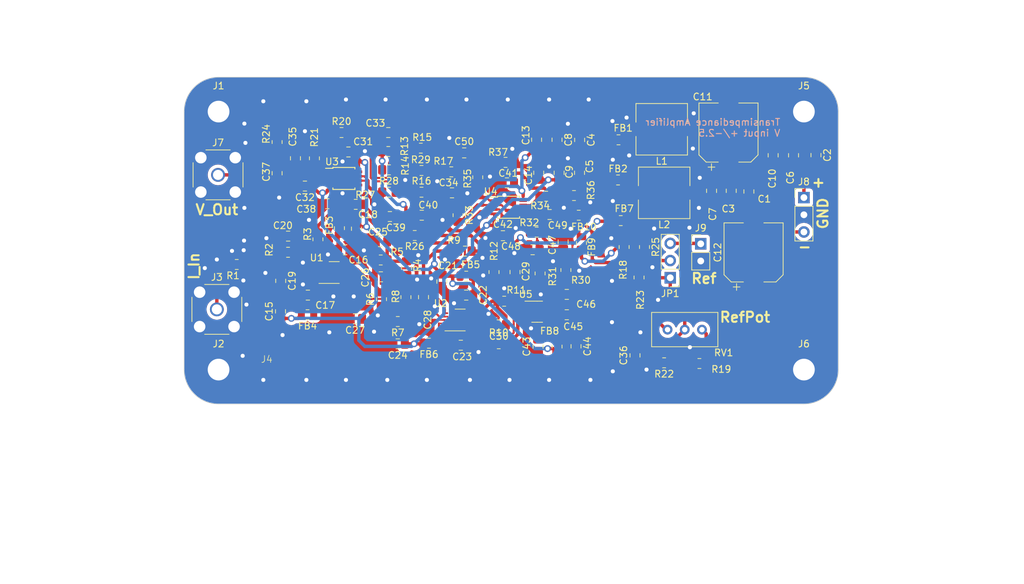
<source format=kicad_pcb>
(kicad_pcb (version 20221018) (generator pcbnew)
  (layers (0 "F.Cu" signal) (31 "B.Cu" signal) (34 "B.Paste" user) (35 "F.Paste" user) (36 "B.SilkS" user "B.Silkscreen") (37 "F.SilkS" user "F.Silkscreen") (38 "B.Mask" user) (39 "F.Mask" user) (44 "Edge.Cuts" user))
  (net 0 "")
  (net 1 "GND")
  (net 2 "Net-(FB2-Pad2)")
  (net 3 "Net-(C17-Pad1)")
  (net 4 "Net-(U1B--)")
  (net 5 "Net-(U2A--)")
  (net 6 "Net-(U3B--)")
  (net 7 "Net-(C20-Pad1)")
  (net 8 "Net-(J8-Pin_3)")
  (net 9 "Net-(JP1-C)")
  (net 10 "Net-(U2B--)")
  (net 11 "Net-(JP1-A)")
  (net 12 "Net-(U1C-V+)")
  (net 13 "Net-(U1A--)")
  (net 14 "VSS")
  (net 15 "VDD")
  (net 16 "Net-(U2C-V+)")
  (net 17 "Net-(C23-Pad1)")
  (net 18 "Net-(C25-Pad1)")
  (net 19 "Net-(C27-Pad1)")
  (net 20 "Net-(C26-Pad1)")
  (net 21 "Net-(J8-Pin_1)")
  (net 22 "Net-(C28-Pad1)")
  (net 23 "Net-(C29-Pad1)")
  (net 24 "Net-(C30-Pad1)")
  (net 25 "Net-(U5-Vout)")
  (net 26 "Net-(U3A-+)")
  (net 27 "Net-(C35-Pad1)")
  (net 28 "Net-(U3A--)")
  (net 29 "Net-(FB1-Pad2)")
  (net 30 "/OutputOffset/Vref")
  (net 31 "Net-(U3B-+)")
  (net 32 "Net-(C39-Pad2)")
  (net 33 "Net-(C47-Pad2)")
  (net 34 "Net-(FB7-Pad1)")
  (net 35 "Net-(FB7-Pad2)")
  (net 36 "Net-(J9-Pin_1)")
  (net 37 "/OutputOffset/Input")
  (net 38 "/OutputOffset/Output")
  (net 39 "Net-(U4B-+)")
  (net 40 "Net-(C49-Pad2)")
  (net 41 "Net-(C50-Pad2)")
  (net 42 "Net-(R18-Pad2)")
  (net 43 "Net-(U5-Vin)")
  (net 44 "Net-(R19-Pad2)")
  (net 45 "/OutputOffset/Vref-")
  (net 46 "/OutputOffset/Vref+")
  (net 47 "/TransimpedanceFrontEnd/Input")
  (net 48 "Net-(U4A--)")
  (net 49 "Net-(R33-Pad1)")
  (net 50 "Net-(U4B--)")
  (footprint "Capacitor_SMD:C_0805_2012Metric_Pad1.18x1.45mm_HandSolder" (layer "F.Cu") (at 115.1 77.1)
    (fp_text reference "C38")
    (fp_text value "0.1uF")
  )
  (footprint "Capacitor_SMD:C_0805_2012Metric_Pad1.18x1.45mm_HandSolder" (layer "F.Cu") (at 119.4 80.8 -90)
    (fp_text reference "C18")
    (fp_text value "1uF")
  )
  (footprint "Resistor_SMD:R_0805_2012Metric_Pad1.20x1.40mm_HandSolder" (layer "F.Cu") (at 161.1 88 -90)
    (fp_text reference "R23")
    (fp_text value "10kΩ")
  )
  (footprint "Capacitor_SMD:C_0805_2012Metric_Pad1.18x1.45mm_HandSolder" (layer "F.Cu") (at 141.0125 81.825)
    (fp_text reference "C42")
    (fp_text value "0.1uF")
  )
  (footprint "Package_SO:TSSOP-8_3x3mm_P0.65mm" (layer "F.Cu") (at 117.55 73.375)
    (fp_text reference "U3")
    (fp_text value "MAX44246")
  )
  (footprint "Connector_Coaxial:SMA_Amphenol_132134_Vertical" (layer "F.Cu") (at 98.806 92.71)
    (fp_text reference "J3")
    (fp_text value "CurrentIn")
  )
  (footprint "Resistor_SMD:R_0805_2012Metric_Pad1.20x1.40mm_HandSolder" (layer "F.Cu") (at 146 81.3)
    (fp_text reference "R32")
    (fp_text value "10kΩ")
  )
  (footprint "Package_DFN_QFN:DFN-10-1EP_3x3mm_P0.5mm_EP1.65x2.38mm" (layer "F.Cu") (at 133.956 94.274)
    (fp_text reference "U2")
    (fp_text value "LTC6269xDD")
  )
  (footprint "MountingHole:MountingHole_3.2mm_M3_DIN965_Pad" (layer "F.Cu") (at 99.06 101.6)
    (fp_text reference "J2")
    (fp_text value "Screw_Terminal_01x01")
  )
  (footprint "Connector_Coaxial:SMA_Amphenol_132134_Vertical" (layer "F.Cu") (at 98.9838 72.8472)
    (fp_text reference "J7")
    (fp_text value "VoltageOut")
  )
  (footprint "Resistor_SMD:R_0805_2012Metric_Pad1.20x1.40mm_HandSolder" (layer "F.Cu") (at 139.7 87.2 -90)
    (fp_text reference "R12")
    (fp_text value "1kΩ")
  )
  (footprint "Resistor_SMD:R_0805_2012Metric_Pad1.20x1.40mm_HandSolder" (layer "F.Cu") (at 146.5 87.4 -90)
    (fp_text reference "R31")
    (fp_text value "10kΩ")
  )
  (footprint "Resistor_SMD:R_0805_2012Metric_Pad1.20x1.40mm_HandSolder" (layer "F.Cu") (at 126.7 90.9 -90)
    (fp_text reference "R8")
    (fp_text value "2kΩ")
  )
  (footprint "Resistor_SMD:R_0805_2012Metric_Pad1.20x1.40mm_HandSolder" (layer "F.Cu") (at 129 72.2 180)
    (fp_text reference "R29")
    (fp_text value "100kΩ")
  )
  (footprint "Resistor_SMD:R_0805_2012Metric_Pad1.20x1.40mm_HandSolder" (layer "F.Cu") (at 101.743 86.0806)
    (fp_text reference "R1")
    (fp_text value "20Ω")
  )
  (footprint "Capacitor_SMD:C_0805_2012Metric_Pad1.18x1.45mm_HandSolder" (layer "F.Cu") (at 151.8 98.1625 -90)
    (fp_text reference "C44")
    (fp_text value "1uF")
  )
  (footprint "Capacitor_SMD:C_0805_2012Metric_Pad1.18x1.45mm_HandSolder" (layer "F.Cu") (at 141.6125 74.025)
    (fp_text reference "C41")
    (fp_text value "0.1uF")
  )
  (footprint "Inductor_SMD:L_Wuerth_WE-PD-Typ-7345" (layer "F.Cu") (at 164.4396 66.1162 180)
    (fp_text reference "L1")
    (fp_text value "100uH")
  )
  (footprint "Resistor_SMD:R_0805_2012Metric" (layer "F.Cu") (at 152.6 82.9 -90)
    (fp_text reference "FB9")
    (fp_text value "FerriteBead")
  )
  (footprint "Capacitor_SMD:C_0805_2012Metric_Pad1.18x1.45mm_HandSolder" (layer "F.Cu") (at 132 88.6 -90)
    (fp_text reference "C21")
    (fp_text value "1uF")
  )
  (footprint "Capacitor_SMD:C_0805_2012Metric_Pad1.18x1.45mm_HandSolder" (layer "F.Cu") (at 124.1 66.6 180)
    (fp_text reference "C33")
    (fp_text value "4pF")
  )
  (footprint "Resistor_SMD:R_0805_2012Metric_Pad1.20x1.40mm_HandSolder" (layer "F.Cu") (at 133.4 72.4 180)
    (fp_text reference "R17")
    (fp_text value "1kΩ-")
  )
  (footprint "Resistor_SMD:R_0805_2012Metric" (layer "F.Cu") (at 158 73.6)
    (fp_text reference "FB2")
    (fp_text value "FerriteBead")
  )
  (footprint "Resistor_SMD:R_0805_2012Metric_Pad1.20x1.40mm_HandSolder" (layer "F.Cu") (at 128.9 68.9)
    (fp_text reference "R15")
    (fp_text value "1kΩ-")
  )
  (footprint "MountingHole:MountingHole_3.2mm_M3_DIN965_Pad" (layer "F.Cu") (at 185.42 101.6)
    (fp_text reference "J6")
    (fp_text value "Screw_Terminal_01x01")
  )
  (footprint "Resistor_SMD:R_0805_2012Metric_Pad1.20x1.40mm_HandSolder" (layer "F.Cu") (at 107.7 68 -90)
    (fp_text reference "R24")
    (fp_text value "1kΩ")
  )
  (footprint "Capacitor_SMD:C_0805_2012Metric_Pad1.18x1.45mm_HandSolder" (layer "F.Cu") (at 174.7 75.2 90)
    (fp_text reference "C3")
    (fp_text value "1uF")
  )
  (footprint "Resistor_SMD:R_0805_2012Metric" (layer "F.Cu") (at 130.1 97.7 180)
    (fp_text reference "FB6")
    (fp_text value "FerriteBead")
  )
  (footprint "Capacitor_SMD:C_0805_2012Metric_Pad1.18x1.45mm_HandSolder" (layer "F.Cu") (at 183.896 69.9516 -90)
    (fp_text reference "C6")
    (fp_text value "1uF")
  )
  (footprint "Capacitor_SMD:C_0805_2012Metric_Pad1.18x1.45mm_HandSolder" (layer "F.Cu") (at 123 87.9)
    (fp_text reference "C26")
    (fp_text value "4pF")
  )
  (footprint "Resistor_SMD:R_0805_2012Metric_Pad1.20x1.40mm_HandSolder" (layer "F.Cu") (at 129 75.4)
    (fp_text reference "R16")
    (fp_text value "1kΩ+")
  )
  (footprint "Capacitor_SMD:C_0805_2012Metric_Pad1.18x1.45mm_HandSolder" (layer "F.Cu") (at 107.7 72.6 -90)
    (fp_text reference "C37")
    (fp_text value "4pF")
  )
  (footprint "Connector_PinHeader_2.54mm:PinHeader_1x03_P2.54mm_Vertical" (layer "F.Cu") (at 185.42 76.2)
    (fp_text reference "J8")
    (fp_text value "Vin")
  )
  (footprint "Capacitor_SMD:C_0805_2012Metric_Pad1.18x1.45mm_HandSolder" (layer "F.Cu") (at 109.3216 81.8896 180)
    (fp_text reference "C20")
    (fp_text value "4pF")
  )
  (footprint "Capacitor_SMD:C_0805_2012Metric_Pad1.18x1.45mm_HandSolder" (layer "F.Cu") (at 146.2976 72.5385 -90)
    (fp_text reference "C14")
    (fp_text value "10uF")
  )
  (footprint "Resistor_SMD:R_0805_2012Metric_Pad1.20x1.40mm_HandSolder" (layer "F.Cu") (at 135.4 84.1 180)
    (fp_text reference "R9")
    (fp_text value "200Ω")
  )
  (footprint "Resistor_SMD:R_0805_2012Metric_Pad1.20x1.40mm_HandSolder" (layer "F.Cu") (at 124.2 72.1)
    (fp_text reference "R14")
    (fp_text value "1kΩ-")
  )
  (footprint "Resistor_SMD:R_0805_2012Metric_Pad1.20x1.40mm_HandSolder" (layer "F.Cu") (at 119.3 77.2)
    (fp_text reference "R27")
    (fp_text value "10kΩ")
  )
  (footprint "Capacitor_SMD:C_0805_2012Metric_Pad1.18x1.45mm_HandSolder" (layer "F.Cu") (at 135.6 90.6)
    (fp_text reference "C22")
    (fp_text value "0.1uF")
  )
  (footprint "MountingHole:MountingHole_3.2mm_M3_DIN965_Pad" (layer "F.Cu") (at 99.06 63.5)
    (fp_text reference "J1")
    (fp_text value "Screw_Terminal_01x01")
  )
  (footprint "Capacitor_SMD:C_0805_2012Metric_Pad1.18x1.45mm_HandSolder" (layer "F.Cu") (at 125.5 97.8 180)
    (fp_text reference "C24")
    (fp_text value "1uF")
  )
  (footprint "Resistor_SMD:R_0805_2012Metric_Pad1.20x1.40mm_HandSolder" (layer "F.Cu") (at 128 81.8)
    (fp_text reference "R26")
    (fp_text value "10kΩ")
  )
  (footprint "Capacitor_SMD:C_0805_2012Metric_Pad1.18x1.45mm_HandSolder" (layer "F.Cu") (at 147.9 78.7 180)
    (fp_text reference "C49")
    (fp_text value "0.1uF")
  )
  (footprint "Resistor_SMD:R_0805_2012Metric" (layer "F.Cu") (at 149 98.2 90)
    (fp_text reference "FB8")
    (fp_text value "FerriteBead")
  )
  (footprint "Capacitor_SMD:C_0805_2012Metric_Pad1.18x1.45mm_HandSolder" (layer "F.Cu") (at 112.2375 90.6 180)
    (fp_text reference "C17")
    (fp_text value "0.1uF")
  )
  (footprint "Resistor_SMD:R_0805_2012Metric_Pad1.20x1.40mm_HandSolder" (layer "F.Cu") (at 170 100.7)
    (fp_text reference "R19")
    (fp_text value "1kΩ")
  )
  (footprint "Capacitor_SMD:C_0805_2012Metric_Pad1.18x1.45mm_HandSolder" (layer "F.Cu") (at 118.2155 69.469)
    (fp_text reference "C31")
    (fp_text value "0.1uF")
  )
  (footprint "Capacitor_SMD:C_0805_2012Metric_Pad1.18x1.45mm_HandSolder" (layer "F.Cu") (at 171.8 75.2 90)
    (fp_text reference "C7")
    (fp_text value "10uF")
  )
  (footprint "Capacitor_SMD:C_0805_2012Metric_Pad1.18x1.45mm_HandSolder" (layer "F.Cu") (at 108.2 93 90)
    (fp_text reference "C15")
    (fp_text value "1uF")
  )
  (footprint "RFShields:BMI-S-230-F-R" (layer "F.Cu") (at 129.94 82.75)
    (fp_text reference "J4")
    (fp_text value "RFShield")
  )
  (footprint "Resistor_SMD:R_0805_2012Metric_Pad1.20x1.40mm_HandSolder" (layer "F.Cu") (at 117.2 66.6)
    (fp_text reference "R20")
    (fp_text value "1kΩ+")
  )
  (footprint "Package_SO:TSSOP-8_3x3mm_P0.65mm" (layer "F.Cu") (at 141.85 77.625)
    (fp_text reference "U4")
    (fp_text value "MAX44246")
  )
  (footprint "Resistor_SMD:R_0805_2012Metric_Pad1.20x1.40mm_HandSolder" (layer "F.Cu") (at 113.2 70.4 -90)
    (fp_text reference "R21")
    (fp_text value "1kΩ-")
  )
  (footprint "Resistor_SMD:R_0805_2012Metric" (layer "F.Cu") (at 158.4 79.6 180)
    (fp_text reference "FB7")
    (fp_text value "FerriteBead")
  )
  (footprint "Capacitor_SMD:C_0805_2012Metric_Pad1.18x1.45mm_HandSolder" (layer "F.Cu") (at 124.3375 79 180)
    (fp_text reference "C39")
    (fp_text value "0.1uF")
  )
  (footprint "Capacitor_SMD:C_0805_2012Metric_Pad1.18x1.45mm_HandSolder" (layer "F.Cu") (at 160.5 99.5 90)
    (fp_text reference "C36")
    (fp_text value "0.1uF")
  )
  (footprint "Resistor_SMD:R_0805_2012Metric_Pad1.20x1.40mm_HandSolder" (layer "F.Cu") (at 147.4 76)
    (fp_text reference "R34")
    (fp_text value "1kΩ")
  )
  (footprint "Resistor_SMD:R_0805_2012Metric_Pad1.20x1.40mm_HandSolder" (layer "F.Cu") (at 151.5 75.9 180)
    (fp_text reference "R36")
    (fp_text value "100kΩ")
  )
  (footprint "Resistor_SMD:R_0805_2012Metric" (layer "F.Cu") (at 112.1875 93.5 180)
    (fp_text reference "FB4")
    (fp_text value "FerriteBead")
  )
  (footprint "Capacitor_SMD:C_0805_2012Metric_Pad1.18x1.45mm_HandSolder" (layer "F.Cu") (at 142.8 87.2 90)
    (fp_text reference "C29")
    (fp_text value "4pF")
  )
  (footprint "Capacitor_SMD:C_0805_2012Metric_Pad1.18x1.45mm_HandSolder" (layer "F.Cu") (at 148.9964 67.6617 -90)
    (fp_text reference "C8")
    (fp_text value "1uF")
  )
  (footprint "Capacitor_SMD:C_0805_2012Metric_Pad1.18x1.45mm_HandSolder" (layer "F.Cu") (at 177.3 75.3 90)
    (fp_text reference "C1")
    (fp_text value "0.1uF")
  )
  (footprint "Capacitor_SMD:C_0805_2012Metric_Pad1.18x1.45mm_HandSolder" (layer "F.Cu") (at 134.8 98)
    (fp_text reference "C23")
    (fp_text value "0.1uF")
  )
  (footprint "Connector_PinHeader_2.54mm:PinHeader_1x03_P2.54mm_Vertical" (layer "F.Cu") (at 165.7 88.04 180)
    (fp_text reference "JP1")
    (fp_text value "OffsetInPot")
  )
  (footprint "Resistor_SMD:R_0805_2012Metric_Pad1.20x1.40mm_HandSolder" (layer "F.Cu") (at 141.4 71 180)
    (fp_text reference "R37")
    (fp_text value "100kΩ")
  )
  (footprint "Resistor_SMD:R_0805_2012Metric" (layer "F.Cu") (at 135.6 87.8)
    (fp_text reference "FB5")
    (fp_text value "FerriteBead")
  )
  (footprint "Capacitor_SMD:C_0805_2012Metric_Pad1.18x1.45mm_HandSolder" (layer "F.Cu") (at 129.0375 78.8 180)
    (fp_text reference "C40")
    (fp_text value "0.1uF")
  )
  (footprint "Resistor_SMD:R_0805_2012Metric_Pad1.20x1.40mm_HandSolder" (layer "F.Cu") (at 161.9 83.5 -90)
    (fp_text reference "R25")
    (fp_text value "1kΩ")
  )
  (footprint "Inductor_SMD:L_Wuerth_WE-PD-Typ-7345" (layer "F.Cu") (at 164.8 75.5 180)
    (fp_text reference "L2")
    (fp_text value "100uH")
  )
  (footprint "Resistor_SMD:R_0805_2012Metric" (layer "F.Cu") (at 152.2 78.8)
    (fp_text reference "FB10")
    (fp_text value "FerriteBead")
  )
  (footprint "Resistor_SMD:R_0805_2012Metric_Pad1.20x1.40mm_HandSolder" (layer "F.Cu") (at 140.3952 97.79)
    (fp_text reference "R10")
    (fp_text value "200Ω")
  )
  (footprint "Capacitor_SMD:C_0805_2012Metric_Pad1.18x1.45mm_HandSolder" (layer "F.Cu") (at 129.3 90.9 -90)
    (fp_text reference "C28")
    (fp_text value "4pF")
  )
  (footprint "Package_DFN_QFN:DFN-10-1EP_3x3mm_P0.5mm_EP1.65x2.38mm" (layer "F.Cu") (at 115.369 87.265)
    (fp_text reference "U1")
    (fp_text value "LTC6269xDD")
  )
  (footprint "Resistor_SMD:R_0805_2012Metric_Pad1.20x1.40mm_HandSolder" (layer "F.Cu") (at 126.8 86.6 90)
    (fp_text reference "R4")
    (fp_text value "200Ω")
  )
  (footprint "Capacitor_SMD:C_0805_2012Metric_Pad1.18x1.45mm_HandSolder" (layer "F.Cu") (at 117.7375 83.9 180)
    (fp_text reference "C16")
    (fp_text value "0.1uF")
  )
  (footprint "Resistor_SMD:R_0805_2012Metric_Pad1.20x1.40mm_HandSolder" (layer "F.Cu") (at 134.4 78.8 -90)
    (fp_text reference "R33")
    (fp_text value "10kΩ")
  )
  (footprint "Resistor_SMD:R_0805_2012Metric_Pad1.20x1.40mm_HandSolder" (layer "F.Cu") (at 164.8 100.6 180)
    (fp_text reference "R22")
    (fp_text value "10kΩ")
  )
  (footprint "Resistor_SMD:R_0805_2012Metric_Pad1.20x1.40mm_HandSolder" (layer "F.Cu") (at 122.9879 85.416)
    (fp_text reference "R5")
    (fp_text value "2kΩ")
  )
  (footprint "Capacitor_SMD:C_0805_2012Metric_Pad1.18x1.45mm_HandSolder" (layer "F.Cu") (at 140.4112 94.996 180)
    (fp_text reference "C30")
    (fp_text value "4pF")
  )
  (footprint "Capacitor_SMD:C_0805_2012Metric_Pad1.18x1.45mm_HandSolder" (layer "F.Cu") (at 133.5 75.5)
    (fp_text reference "C34")
    (fp_text value "4pF")
  )
  (footprint "Capacitor_SMD:C_0805_2012Metric_Pad1.18x1.45mm_HandSolder" (layer "F.Cu") (at 180.886 69.9516 -90)
    (fp_text reference "C10")
    (fp_text value "10uF")
  )
  (footprint "Capacitor_SMD:C_0805_2012Metric_Pad1.18x1.45mm_HandSolder" (layer "F.Cu") (at 150.4375 93.5 180)
    (fp_text reference "C45")
    (fp_text value "1uF")
  )
  (footprint "Capacitor_SMD:C_0805_2012Metric_Pad1.18x1.45mm_HandSolder" (layer "F.Cu") (at 145.4 83.9)
    (fp_text reference "C48")
    (fp_text value "0.1uF")
  )
  (footprint "Capacitor_SMD:C_0805_2012Metric_Pad1.18x1.45mm_HandSolder" (layer "F.Cu") (at 108.2294 88.4975 -90)
    (fp_text reference "C19")
    (fp_text value "4pF")
  )
  (footprint "Capacitor_SMD:C_0805_2012Metric_Pad1.18x1.45mm_HandSolder" (layer "F.Cu") (at 149.9 82.7 -90)
    (fp_text reference "C47")
    (fp_text value "0.1uF")
  )
  (footprint "Capacitor_SMD:C_0805_2012Metric_Pad1.18x1.45mm_HandSolder" (layer "F.Cu") (at 145.9864 67.6617 -90)
    (fp_text reference "C13")
    (fp_text value "10uF")
  )
  (footprint "Capacitor_SMD:C_0805_2012Metric_Pad1.18x1.45mm_HandSolder" (layer "F.Cu") (at 135.3 69.6)
    (fp_text reference "C50")
    (fp_text value "0.1uF")
  )
  (footprint "Resistor_SMD:R_0805_2012Metric" (layer "F.Cu") (at 116.8908 80.7125 -90)
    (fp_text reference "FB3")
    (fp_text value "FerriteBead")
  )
  (footprint "Capacitor_SMD:C_0805_2012Metric_Pad1.18x1.45mm_HandSolder" (layer "F.Cu") (at 119.2 94.1 180)
    (fp_text reference "C27")
    (fp_text value "4pF")
  )
  (footprint "Capacitor_SMD:CP_Elec_8x10.5" (layer "F.Cu") (at 178 84.3 90)
    (fp_text reference "C12")
    (fp_text value "100uF")
  )
  (footprint "Resistor_SMD:R_0805_2012Metric_Pad1.20x1.40mm_HandSolder" (layer "F.Cu") (at 150.3 86.9 -90)
    (fp_text reference "R30")
    (fp_text value "10kΩ")
  )
  (footprint "Connector_PinHeader_2.54mm:PinHeader_1x02_P2.54mm_Vertical" (layer "F.Cu") (at 170.2 83.025)
    (fp_text reference "J9")
    (fp_text value "OffsetIn")
  )
  (footprint "MountingHole:MountingHole_3.2mm_M3_DIN965_Pad" (layer "F.Cu") (at 185.42 63.5)
    (fp_text reference "J5")
    (fp_text value "Screw_Terminal_01x01")
  )
  (footprint "Resistor_SMD:R_0805_2012Metric" (layer "F.Cu") (at 158.0642 67.6656)
    (fp_text reference "FB1")
    (fp_text value "FerriteBead")
  )
  (footprint "Resistor_SMD:R_0805_2012Metric_Pad1.20x1.40mm_HandSolder" (layer "F.Cu") (at 125.5 94.5 180)
    (fp_text reference "R7")
    (fp_text value "200Ω")
  )
  (footprint "Capacitor_SMD:C_0805_2012Metric_Pad1.18x1.45mm_HandSolder" (layer "F.Cu") (at 152.3176 72.5385 -90)
    (fp_text reference "C5")
    (fp_text value "0.1uF")
  )
  (footprint "Resistor_SMD:R_0805_2012Metric_Pad1.20x1.40mm_HandSolder" (layer "F.Cu") (at 124.2 75.4)
    (fp_text reference "R28")
    (fp_text value "1kΩ")
  )
  (footprint "Package_TO_SOT_SMD:TSOT-23-6" (layer "F.Cu") (at 146.0625 93.05)
    (fp_text reference "U5")
    (fp_text value "LT6654-1.25")
  )
  (footprint "Capacitor_SMD:C_0805_2012Metric_Pad1.18x1.45mm_HandSolder" (layer "F.Cu") (at 150.4375 90.5 180)
    (fp_text reference "C46")
    (fp_text value "10uF")
  )
  (footprint "Capacitor_SMD:CP_Elec_8x10.5" (layer "F.Cu") (at 174.2948 66.5988 90)
    (fp_text reference "C11")
    (fp_text value "100uF")
  )
  (footprint "Potentiometer_THT:Potentiometer_Bourns_3296W_Vertical" (layer "F.Cu") (at 165.3 95.7 180)
    (fp_text reference "RV1")
    (fp_text value "10kΩ")
  )
  (footprint "Resistor_SMD:R_0805_2012Metric_Pad1.20x1.40mm_HandSolder" (layer "F.Cu") (at 113.7158 82.3628 -90)
    (fp_text reference "R3")
    (fp_text value "200Ω")
  )
  (footprint "Resistor_SMD:R_0805_2012Metric_Pad1.20x1.40mm_HandSolder" (layer "F.Cu") (at 124.1 69.4)
    (fp_text reference "R13")
    (fp_text value "1kΩ+")
  )
  (footprint "Resistor_SMD:R_0805_2012Metric_Pad1.20x1.40mm_HandSolder" (layer "F.Cu") (at 123.1 91.2 90)
    (fp_text reference "R6")
    (fp_text value "200Ω")
  )
  (footprint "Resistor_SMD:R_0805_2012Metric_Pad1.20x1.40mm_HandSolder" (layer "F.Cu") (at 109.3122 84.2772 180)
    (fp_text reference "R2")
    (fp_text value "1kΩ")
  )
  (footprint "Resistor_SMD:R_0805_2012Metric_Pad1.20x1.40mm_HandSolder" (layer "F.Cu") (at 158.9 83.5 -90)
    (fp_text reference "R18")
    (fp_text value "1kΩ")
  )
  (footprint "Capacitor_SMD:C_0805_2012Metric_Pad1.18x1.45mm_HandSolder" (layer "F.Cu") (at 110.4 70.4 -90)
    (fp_text reference "C35")
    (fp_text value "4pF")
  )
  (footprint "Capacitor_SMD:C_0805_2012Metric_Pad1.18x1.45mm_HandSolder" (layer "F.Cu") (at 152.3364 67.6832 -90)
    (fp_text reference "C4")
    (fp_text value "0.1uF")
  )
  (footprint "Capacitor_SMD:C_0805_2012Metric_Pad1.18x1.45mm_HandSolder" (layer "F.Cu") (at 149.3076 72.5385 -90)
    (fp_text reference "C9")
    (fp_text value "1uF")
  )
  (footprint "Resistor_SMD:R_0805_2012Metric_Pad1.20x1.40mm_HandSolder" (layer "F.Cu") (at 141.2 91.5)
    (fp_text reference "R11")
    (fp_text value "2kΩ")
  )
  (footprint "Capacitor_SMD:C_0805_2012Metric_Pad1.18x1.45mm_HandSolder" (layer "F.Cu") (at 146.2 98.2 90)
    (fp_text reference "C43")
    (fp_text value "0.1uF")
  )
  (footprint "Capacitor_SMD:C_0805_2012Metric_Pad1.18x1.45mm_HandSolder" (layer "F.Cu") (at 111.8 74.5 180)
    (fp_text reference "C32")
    (fp_text value "0.1uF")
  )
  (footprint "Capacitor_SMD:C_0805_2012Metric_Pad1.18x1.45mm_HandSolder" (layer "F.Cu") (at 187.198 69.9301 -90)
    (fp_text reference "C2")
    (fp_text value "0.1uF")
  )
  (footprint "Capacitor_SMD:C_0805_2012Metric_Pad1.18x1.45mm_HandSolder" (layer "F.Cu") (at 122.9 82.7 180)
    (fp_text reference "C25")
    (fp_text value "4pF")
  )
  (footprint "Resistor_SMD:R_0805_2012Metric_Pad1.20x1.40mm_HandSolder" (layer "F.Cu") (at 137.3 73.2 90)
    (fp_text reference "R35")
    (fp_text value "1kΩ")
  )
  (gr_line (start 99.06 58.42) (end 185.42 58.42) (stroke (width 0.1)) (layer "Edge.Cuts"))
  (gr_arc (start 185.42 58.42) (mid 189.012102 59.907898) (end 190.5 63.5) (stroke (width 0.1)) (layer "Edge.Cuts"))
  (gr_arc (start 99.06 106.68) (mid 95.467898 105.192102) (end 93.98 101.6) (stroke (width 0.1)) (layer "Edge.Cuts"))
  (gr_line (start 185.42 106.68) (end 99.06 106.68) (stroke (width 0.1)) (layer "Edge.Cuts"))
  (gr_line (start 190.5 63.5) (end 190.5 101.6) (stroke (width 0.1)) (layer "Edge.Cuts"))
  (gr_arc (start 190.5 101.6) (mid 189.012102 105.192102) (end 185.42 106.68) (stroke (width 0.1)) (layer "Edge.Cuts"))
  (gr_arc (start 93.98 63.5) (mid 95.467898 59.907898) (end 99.06 58.42) (stroke (width 0.1)) (layer "Edge.Cuts"))
  (gr_line (start 93.98 101.6) (end 93.98 63.5) (stroke (width 0.1)) (layer "Edge.Cuts"))
  (gr_text "Transimpediance Amplifier\nV input +/-2.5" (at 182.0164 67.2592) (layer "B.SilkS") (effects (font (size 1 1)) (justify left bottom mirror)))
  (gr_text "I_In" (at 96.3168 88.4936 90) (layer "F.SilkS") (effects (font (size 1.5 1.5) (thickness 0.3) bold) (justify left bottom)))
  (gr_text "Ref" (at 168.656 89.027) (layer "F.SilkS") (effects (font (size 1.5 1.5) (thickness 0.3) bold) (justify left bottom)))
  (gr_text "RefPot" (at 172.847 94.742) (layer "F.SilkS") (effects (font (size 1.5 1.5) (thickness 0.3) bold) (justify left bottom)))
  (gr_text "V_Out" (at 95.504 78.867) (layer "F.SilkS") (effects (font (size 1.5 1.5) (thickness 0.3) bold) (justify left bottom)))
  (gr_text "-" (at 184.404 84.328) (layer "F.SilkS") (effects (font (size 1.5 1.5) (thickness 0.3) bold) (justify left bottom)))
  (gr_text "+" (at 186.436 74.803) (layer "F.SilkS") (effects (font (size 1.5 1.5) (thickness 0.3) bold) (justify left bottom)))
  (gr_text "GND" (at 189.103 81.026 90) (layer "F.SilkS") (effects (font (size 1.5 1.5) (thickness 0.3) bold) (justify left bottom)))
  (segment (start 142.05 81.825) (end 142.05 81.55) (width 0.5) (layer "F.Cu") (net 1))
  (segment (start 117.5032 89.281) (end 118.11 88.6742) (width 0.3) (layer "F.Cu") (net 1))
  (segment (start 121.8625 82.7) (end 121.8625 83.0005) (width 0.3) (layer "F.Cu") (net 1))
  (segment (start 131.026 94.274) (end 131.572 94.274) (width 0.3) (layer "F.Cu") (net 1))
  (segment (start 109.665 89.535) (end 110.135 89.535) (width 0.5) (layer "F.Cu") (net 1))
  (segment (start 106.1212 80.1116) (end 106.1212 82.1944) (width 0.3) (layer "F.Cu") (net 1))
  (segment (start 142.901 71.501) (end 142.4 71) (width 0.5) (layer "F.Cu") (net 1))
  (segment (start 150.7625 80.8) (end 149.9 81.6625) (width 0.5) (layer "F.Cu") (net 1))
  (segment (start 116.819 87.765) (end 117.864 87.765) (width 0.2) (layer "F.Cu") (net 1))
  (segment (start 140.3604 96.4184) (end 142.3416 96.4184) (width 0.3) (layer "F.Cu") (net 1))
  (segment (start 137.079 79.121) (end 137.541 79.121) (width 0.5) (layer "F.Cu") (net 1))
  (segment (start 183.9976 78.74) (end 182.9054 77.6478) (width 0.5) (layer "F.Cu") (net 1))
  (segment (start 132.506 94.274) (end 131.572 94.274) (width 0.2) (layer "F.Cu") (net 1))
  (segment (start 140.3604 99.3648) (end 137.7696 99.3648) (width 0.3) (layer "F.Cu") (net 1))
  (segment (start 122.9868 86.6648) (end 123.0016 86.65) (width 0.3) (layer "F.Cu") (net 1))
  (segment (start 152.3176 71.501) (end 149.3076 71.501) (width 0.5) (layer "F.Cu") (net 1))
  (segment (start 113.03 87.265) (end 111.935 87.265) (width 0.3) (layer "F.Cu") (net 1))
  (segment (start 122.301 93.599) (end 119.502 90.8) (width 0.5) (layer "F.Cu") (net 1))
  (segment (start 171.8375 74.2) (end 171.8 74.1625) (width 0.5) (layer "F.Cu") (net 1))
  (segment (start 140.45 77.95) (end 140.8 78.3) (width 0.3) (layer "F.Cu") (net 1))
  (segment (start 174.6625 74.2) (end 171.8375 74.2) (width 0.5) (layer "F.Cu") (net 1))
  (segment (start 153.9 76.9) (end 153.9 76.1) (width 0.5) (layer "F.Cu") (net 1))
  (segment (start 134.5375 75.0375) (end 134.5375 75.5) (width 0.5) (layer "F.Cu") (net 1))
  (segment (start 127.9652 92.7608) (end 127.9652 90.8812) (width 0.3) (layer "F.Cu") (net 1))
  (segment (start 125.5268 93.824672) (end 126.184272 93.1672) (width 0.3) (layer "F.Cu") (net 1))
  (segment (start 183.896 68.9141) (end 187.1765 68.9141) (width 0.5) (layer "F.Cu") (net 1))
  (segment (start 138.8872 93.3704) (end 139.9032 93.3704) (width 0.3) (layer "F.Cu") (net 1))
  (segment (start 142.7 84.4) (end 143.8625 84.4) (width 0.5) (layer "F.Cu") (net 1))
  (segment (start 142.6052 96.1548) (end 142.6052 93.8372) (width 0.3) (layer "F.Cu") (net 1))
  (segment (start 144.925 93.05) (end 144.925 92.1) (width 0.5) (layer "F.Cu") (net 1))
  (segment (start 118.1625 94.1) (end 118.1625 95.8625) (width 0.5) (layer "F.Cu") (net 1))
  (segment (start 181.3 101.6) (end 185.42 101.6) (width 0.5) (layer "F.Cu") (net 1))
  (segment (start 134.5625 90.6) (end 132.9625 90.6) (width 0.5) (layer "F.Cu") (net 1))
  (segment (start 178.76 104.14) (end 181.3 101.6) (width 0.5) (layer "F.Cu") (net 1))
  (segment (start 136.464 96.2) (end 135.9 96.2) (width 0.3) (layer "F.Cu") (net 1))
  (segment (start 130.2004 90.8812) (end 130.9624 91.6432) (width 0.3) (layer "F.Cu") (net 1))
  (segment (start 151.475 93.5) (end 154.09 93.5) (width 0.5) (layer "F.Cu") (net 1))
  (segment (start 149 78.7) (end 150 77.7) (width 0.5) (layer "F.Cu") (net 1))
  (segment (start 140.5128 87.2236) (end 141.2 87.9108) (width 0.3) (layer "F.Cu") (net 1))
  (segment (start 142.6052 93.8372) (end 141.2 92.432) (width 0.3) (layer "F.Cu") (net 1))
  (segment (start 151.8 99.2) (end 151.8 99.51) (width 0.5) (layer "F.Cu") (net 1))
  (segment (start 118.775 83.9) (end 118.775 82.4625) (width 0.5) (layer "F.Cu") (net 1))
  (segment (start 111.1 88.1) (end 109.665 89.535) (width 0.5) (layer "F.Cu") (net 1))
  (segment (start 136.557 94.774) (end 136.779 94.996) (width 0.3) (layer "F.Cu") (net 1))
  (segment (start 130.075 78.8) (end 131.11875 78.8) (width 0.5) (layer "F.Cu") (net 1))
  (segment (start 135.9 96.2) (end 135.9 97.9375) (width 0.5) (layer "F.Cu") (net 1))
  (segment (start 142.05 81.05) (end 142.05 81.825) (width 0.5) (layer "F.Cu") (net 1))
  (segment (start 102.7176 88.4428) (end 101.7524 87.4776) (width 0.3) (layer "F.Cu") (net 1))
  (segment (start 130.9624 91.6432) (end 130.9624 92.2528) (width 0.3) (layer "F.Cu") (net 1))
  (segment (start 137.7696 99.3648) (end 137.414 99.0092) (width 0.3) (layer "F.Cu") (net 1))
  (segment (start 117.5032 89.281) (end 117.5032 93.4407) (width 0.5) (layer "F.Cu") (net 1))
  (segment (start 185.42 63.5) (end 174.896 63.5) (width 0.5) (layer "F.Cu") (net 1))
  (segment (start 132.4 72.4) (end 132.4 72.9) (width 0.5) (layer "F.Cu") (net 1))
  (segment (start 130.075 78.8) (end 131.4 78.8) (width 0.5) (layer "F.Cu") (net 1))
  (segment (start 153.9 76.1) (end 153.7 75.9) (width 0.5) (layer "F.Cu") (net 1))
  (segment (start 115.0264 82.4128) (end 112.2324 82.4128) (width 0.3) (layer "F.Cu") (net 1))
  (segment (start 149.4 101.6) (end 151.8 99.2) (width 0.5) (layer "F.Cu") (net 1))
  (segment (start 138.25 77.95) (end 137.9 78.3) (width 0.3) (layer "F.Cu") (net 1))
  (segment (start 118.11 88.011) (end 117.864 87.765) (width 0.3) (layer "F.Cu") (net 1))
  (segment (start 109.3216 80.1624) (end 108.9152 79.756) (width 0.3) (layer "F.Cu") (net 1))
  (segment (start 185.42 101.6) (end 185.42 90.4748) (width 0.5) (layer "F.Cu") (net 1))
  (segment (start 159.434 60.706) (end 155.24 64.9) (width 0.5) (layer "F.Cu") (net 1))
  (segment (start 143.932 93.05) (end 143.8052 93.1768) (width 0.3) (layer "F.Cu") (net 1))
  (segment (start 109.422 85.8) (end 109.3216 85.6996) (width 0.3) (layer "F.Cu") (net 1))
  (segment (start 106.4768 79.756) (end 106.1212 80.1116) (width 0.3) (layer "F.Cu") (net 1))
  (segment (start 142.05 81.55) (end 142.9 80.7) (width 0.5) (layer "F.Cu") (net 1))
  (segment (start 125 96.1) (end 125.5268 96.1) (width 0.5) (layer "F.Cu") (net 1))
  (segment (start 143.8625 84.4) (end 144.3625 83.9) (width 0.5) (layer "F.Cu") (net 1))
  (segment (start 132.2 72.2) (end 132.4 72.4) (width 0.5) (layer "F.Cu") (net 1))
  (segment (start 109.665 89.535) (end 108.2294 89.535) (width 0.5) (layer "F.Cu") (net 1))
  (segment (start 125.5776 88.7476) (end 125.5776 90.7288) (width 0.3) (layer "F.Cu") (net 1))
  (segment (start 187.3504 85.598) (end 183.9552 88.9932) (width 0.5) (layer "F.Cu") (net 1))
  (segment (start 134.2625 69.9625) (end 134.2625 69.6) (width 0.5) (layer "F.Cu") (net 1))
  (segment (start 174.2948 62.5348) (end 172.466 60.706) (width 0.5) (layer "F.Cu") (net 1))
  (segment (start 187.3504 78.74) (end 187.3504 85.598) (width 0.5) (layer "F.Cu") (net 1))
  (segment (start 109.3216 85.6996) (end 109.3216 80.1624) (width 0.3) (layer "F.Cu") (net 1))
  (segment (start 103.09 63.5) (end 104.49 64.9) (width 0.5) (layer "F.Cu") (net 1))
  (segment (start 113.919 87.265) (end 113.03 87.265) (width 0.2) (layer "F.Cu") (net 1))
  (segment (start 183.9384 88.9932) (end 178.9932 88.9932) (width 0.5) (layer "F.Cu") (net 1))
  (segment (start 135.406 94.774) (end 136.557 94.774) (width 0.2) (layer "F.Cu") (net 1))
  (segment (start 123.0016 86.65) (end 128.1536 86.65) (width 0.3) (layer "F.Cu") (net 1))
  (segment (start 142.3416 96.4184) (end 142.6052 96.1548) (width 0.3) (layer "F.Cu") (net 1))
  (segment (start 139.7 77.95) (end 138.25 77.95) (width 0.3) (layer "F.Cu") (net 1))
  (segment (start 127.9652 88.7476) (end 125.5776 88.7476) (width 0.3) (layer "F.Cu") (net 1))
  (segment (start 152.3149 66.6242) (end 152.3364 66.6457) (width 0.5) (layer "F.Cu") (net 1))
  (segment (start 112.0648 79.8352) (end 112.4 79.5) (width 0.3) (layer "F.Cu") (net 1))
  (segment (start 182.9054 77.6478) (end 182.9054 75.5904) (width 0.5) (layer "F.Cu") (net 1))
  (segment (start 111.5 85.8) (end 109.422 85.8) (width 0.3) (layer "F.Cu") (net 1))
  (segment (start 147.701 71.501) (end 146.2976 71.501) (width 0.5) (layer "F.Cu") (net 1))
  (segment (start 147.955 71.501) (end 147.828 71.628) (width 0.5) (layer "F.Cu") (net 1))
  (segment (start 141.2 87.9108) (end 141.2 89.6) (width 0.3) (layer "F.Cu") (net 1))
  (segment (start 134.41875 75.5) (end 134.5375 75.5) (width 0.5) (layer "F.Cu") (net 1))
  (segment (start 125.73 90.8812) (end 127.9652 90.8812) (width 0.3) (layer "F.Cu") (net 1))
  (segment (start 151 80.8) (end 150.7625 80.8) (width 0.5) (layer "F.Cu") (net 1))
  (segment (start 137.541 78.659) (end 137.9 78.3) (width 0.5) (layer "F.Cu") (net 1))
  (segment (start 151.475 90.5) (end 151.475 93.5) (width 0.5) (layer "F.Cu") (net 1))
  (segment (start 132.1 80.1) (end 133.1 81.1) (width 0.5) (layer "F.Cu") (net 1))
  (segment (start 125.5268 96.1) (end 125.5268 93.824672) (width 0.3) (layer "F.Cu") (net 1))
  (segment (start 154.09 93.5) (end 155.24 94.65) (width 0.5) (layer "F.Cu") (net 1))
  (segment (start 139.7 77.95) (end 140.45 77.95) (width 0.3) (layer "F.Cu") (net 1))
  (segment (start 154.49 75.9) (end 155.24 76.65) (width 0.5) (layer "F.Cu") (net 1))
  (segment (start 127.5588 93.1672) (end 127.9652 92.7608) (width 0.3) (layer "F.Cu") (net 1))
  (segment (start 112.2324 82.4128) (end 112.0648 82.2452) (width 0.3) (layer "F.Cu") (net 1))
  (segment (start 135.8 73.7) (end 135.8 71.5) (width 0.5) (layer "F.Cu") (net 1))
  (segment (start 133.1 81.1) (end 136.2 81.1) (width 0.5) (layer "F.Cu") (net 1))
  (segment (start 118.1625 95.8625) (end 120.1 97.8) (width 0.5) (layer "F.Cu") (net 1))
  (segment (start 144.925 93.05) (end 143.932 93.05) (width 0.3) (layer "F.Cu") (net 1))
  (segment (start 125.5776 90.7288) (end 125.73 90.8812) (width 0.3) (layer "F.Cu") (net 1))
  (segment (start 146.2 99.2375) (end 146.2 99.91) (width 0.5) (layer "F.Cu") (net 1))
  (segment (start 134.5625 90.6) (end 134.5625 91.0375) (width 0.5) (layer "F.Cu") (net 1))
  (segment (start 101.6 104.14) (end 178.76 104.14) (width 0.5) (layer "F.Cu") (net 1))
  (segment (start 126.184272 93.1672) (end 127.5588 93.1672) (width 0.3) (layer "F.Cu") (net 1))
  (segment (start 127.9652 90.8812) (end 130.2004 90.8812) (width 0.3) (layer "F.Cu") (net 1))
  (segment (start 124.4625 97.8) (end 124.4625 96.6375) (width 0.5) (layer "F.Cu") (net 1))
  (segment (start 121.8625 83.0005) (end 122.9868 84.1248) (width 0.3) (layer "F.Cu") (net 1))
  (segment (start 128.5 96.1) (end 129.9 94.7) (width 0.5) (layer "F.Cu") (net 1))
  (segment (start 146.2976 71.501) (end 142.901 71.501) (width 0.5) (layer "F.Cu") (net 1))
  (segment (start 122.555 93.599) (end 122.301 93.599) (width 0.5) (layer "F.Cu") (net 1))
  (segment (start 104.486 88.646) (end 104.49 88.65) (width 0.5) (layer "F.Cu") (net 1))
  (segment (start 121 81.8375) (end 121.8625 82.7) (width 0.5) (layer "F.Cu") (net 1))
  (segment (start 147.828 71.628) (end 147.701 71.501) (width 0.5) (layer "F.Cu") (net 1))
  (segment (start 136.779 94.996) (end 136.779 95.885) (width 0.3) (layer "F.Cu") (net 1))
  (segment (start 174.8375 74.3) (end 174.7 74.1625) (width 0.5) (layer "F.Cu") (net 1))
  (segment (start 129.9 94.7) (end 130.6 94.7) (width 0.5) (layer "F.Cu") (net 1))
  (segment (start 172.466 60.706) (end 159.434 60.706) (width 0.5) (layer "F.Cu") (net 1))
  (segment (start 135.8 71.5) (end 134.2625 69.9625) (width 0.5) (layer "F.Cu") (net 1))
  (segment (start 128.1536 86.65) (end 128.3505 86.8469) (width 0.3) (layer "F.Cu") (net 1))
  (segment (start 142.4 69) (end 142.4 71) (width 0.5) (layer "F.Cu") (net 1))
  (segment (start 138.2584 87.7) (end 138.7348 87.2236) (width 0.3) (layer "F.Cu") (net 1))
  (segment (start 143.8625 86.1625) (end 142.8 86.1625) (width 0.5) (layer "F.Cu") (net 1))
  (segment (start 174.7 74.1625) (end 174.6625 74.2) (width 0.5) (layer "F.Cu") (net 1))
  (segment (start 187.3504 78.74) (end 189.4586 76.6318) (width 0.5) (layer "F.Cu") (net 1))
  (segment (start 131.11875 78.8) (end 134.41875 75.5) (width 0.5) (layer "F.Cu") (net 1))
  (segment (start 189.4586 76.6318) (end 189.4586 67.5386) (width 0.5) (layer "F.Cu") (net 1))
  (segment (start 140.8 79.8) (end 142.05 81.05) (width 0.5) (layer "F.Cu") (net 1))
  (segment (start 119.502 90.8) (end 119 90.8) (width 0.5) (layer "F.Cu") (net 1))
  (segment (start 144.925 92.1) (end 144.925 87.225) (width 0.5) (layer "F.Cu") (net 1))
  (segment (start 108.2294 89.535) (end 108.2294 91.9331) (width 0.5) (layer "F.Cu") (net 1))
  (segment (start 144.3625 83.9) (end 144.3625 85.6625) (width 0.5) (layer "F.Cu") (net 1))
  (segment (start 99.06 63.5) (end 103.09 63.5) (width 0.5) (layer "F.Cu") (net 1))
  (segment (start 128.3505 86.8469) (end 128.3505 88.3) (width 0.3) (layer "F.Cu") (net 1))
  (segment (start 143.8052 93.1768) (end 143.8052 95.1896) (width 0.3) (layer "F.Cu") (net 1))
  (segment (start 141.2 92.432) (end 141.2 89.6) (width 0.3) (layer "F.Cu") (net 1))
  (segment (start 117.5032 93.4407) (end 118.1625 94.1) (width 0.5) (layer "F.Cu") (net 1))
  (segment (start 152.5 75.9) (end 153.7 75.9) (width 0.5) (layer "F.Cu") (net 1))
  (segment (start 121.8625 82.7) (end 121.8 82.7) (width 0.5) (layer "F.Cu") (net 1))
  (segment (start 138.7348 87.2236) (end 140.5128 87.2236) (width 0.3) (layer "F.Cu") (net 1))
  (segment (start 144.925 87.225) (end 143.8625 86.1625) (width 0.5) (layer "F.Cu") (net 1))
  (segment (start 152.3176 71.501) (end 154.389 71.501) (width 0.5) (layer "F.Cu") (net 1))
  (segment (start 119.4 81.8375) (end 121 81.8375) (width 0.5) (layer "F.Cu") (net 1))
  (segment (start 147.89 101.6) (end 149.4 101.6) (width 0.5) (layer "F.Cu") (net 1))
  (segment (start 177.9929 74.9554) (end 177.3 74.2625) (width 0.5) (layer "F.Cu") (net 1))
  (segment (start 108.9152 79.756) (end 106.4768 79.756) (width 0.3) (layer "F.Cu") (net 1))
  (segment (start 132.1 79.5) (end 132.1 80.1) (width 0.5) (layer "F.Cu") (net 1))
  (segment (start 140.575 74.025) (end 140.025 74.025) (width 0.5) (layer "F.Cu") (net 1))
  (segment (start 187.1765 68.9141) (end 187.198 68.8926) (width 0.5) (layer "F.Cu") (net 1))
  (segment (start 178.9932 88.9932) (end 178 88) (width 0.5) (layer "F.Cu") (net 1))
  (segment (start 101.7524 84.7852) (end 101.0412 84.074) (width 0.3) (layer "F.Cu") (net 1))
  (segment (start 174.2948 62.8988) (end 174.2948 62.5348) (width 0.5) (layer "F.Cu") (net 1))
  (segment (start 143.8052 95.1896) (end 144.1196 95.504) (width 0.3) (layer "F.Cu") (net 1))
  (segment (start 154.389 71.501) (end 155.24 70.65) (width 0.5) (layer "F.Cu") (net 1))
  (segment (start 125.5268 96.1) (end 128.5 96.1) (width 0.5) (layer "F.Cu") (net 1))
  (segment (start 135.9 97.9375) (end 135.8375 98) (width 0.5) (layer "F.Cu") (net 1))
  (segment (start 180.886 68.9141) (end 183.896 68.9141) (width 0.5) (layer "F.Cu") (net 1))
  (segment (start 136.2 80) (end 137.079 79.121) (width 0.5) (layer "F.Cu") (net 1))
  (segment (start 177.2625 74.3) (end 174.8375 74.3) (width 0.5) (layer "F.Cu") (net 1))
  (segment (start 134.5625 91.0375) (end 133.8 91.8) (width 0.5) (layer "F.Cu") (net 1))
  (segment (start 118.775 82.4625) (end 119.4 81.8375) (width 0.5) (layer "F.Cu") (net 1))
  (segment (start 118.11 88.6742) (end 118.11 88.011) (width 0.3) (layer "F.Cu") (net 1))
  (segment (start 130 72.2) (end 132.2 72.2) (width 0.5) (layer "F.Cu") (net 1))
  (segment (start 145.9864 66.6242) (end 148.9964 66.6242) (width 0.5) (layer "F.Cu") (net 1))
  (segment (start 136.2 81.1) (end 136.2 80) (width 0.5) (layer "F.Cu") (net 1))
  (segment (start 140.025 74.025) (end 139.1 73.1) (width 0.5) (layer "F.Cu") (net 1))
  (segment (start 132.4 72.9) (end 134.5375 75.0375) (width 0.5) (layer "F.Cu") (net 1))
  (segment (start 120.1 97.8) (end 124.4625 97.8) (width 0.5) (layer "F.Cu") (net 1))
  (segment (start 122.9868 86.6648) (end 122.9868 88.9508) (width 0.3) (layer "F.Cu") (net 1))
  (segment (start 183.9552 88.9932) (end 178.9932 88.9932) (width 0.5) (layer "F.Cu") (net 1))
  (segment (start 134.5375 74.9625) (end 135.8 73.7) (width 0.5) (layer "F.Cu") (net 1))
  (segment (start 132.9625 90.6) (end 132 89.6375) (width 0.5) (layer "F.Cu") (net 1))
  (segment (start 185.42 78.74) (end 183.9976 78.74) (width 0.5) (layer "F.Cu") (net 1))
  (segment (start 136.779 95.885) (end 136.464 96.2) (width 0.3) (layer "F.Cu") (net 1))
  (segment (start 128.3505 88.3) (end 128.3505 88.3623) (width 0.3) (layer "F.Cu") (net 1))
  (segment (start 115.2 82.5864) (end 115.0264 82.4128) (width 0.3) (layer "F.Cu") (net 1))
  (segment (start 110.135 89.535) (end 111.2 90.6) (width 0.5) (layer "F.Cu") (net 1))
  (segment (start 139.9032 93.3704) (end 140.3604 93.8276) (width 0.3) (layer "F.Cu") (net 1))
  (segment (start 140.3604 93.8276) (end 140.3604 96.4184) (width 0.3) (layer "F.Cu") (net 1))
  (segment (start 148.9375 78.7) (end 149 78.7) (width 0.5) (layer "F.Cu") (net 1))
  (segment (start 151.8 99.51) (end 153.89 101.6) (width 0.5) (layer "F.Cu") (net 1))
  (segment (start 112.0648 82.2452) (end 112.0648 79.8352) (width 0.3) (layer "F.Cu") (net 1))
  (segment (start 115.2 84.6) (end 115.2 82.5864) (width 0.3) (layer "F.Cu") (net 1))
  (segment (start 144.1196 95.504) (end 145.161 95.504) (width 0.3) (layer "F.Cu") (net 1))
  (segment (start 149.3076 71.501) (end 147.955 71.501) (width 0.5) (layer "F.Cu") (net 1))
  (segment (start 182.9054 75.5904) (end 182.2704 74.9554) (width 0.5) (layer "F.Cu") (net 1))
  (segment (start 128.3505 88.3623) (end 127.9652 88.7476) (width 0.3) (layer "F.Cu") (net 1))
  (segment (start 99.06 101.6) (end 101.6 104.14) (width 0.5) (layer "F.Cu") (net 1))
  (segment (start 185.42 90.4748) (end 183.9384 88.9932) (width 0.5) (layer "F.Cu") (net 1))
  (segment (start 130.6 94.7) (end 131.026 94.274) (width 0.3) (layer "F.Cu") (net 1))
  (segment (start 140.8 78.3) (end 140.8 79.8) (width 0.3) (layer "F.Cu") (net 1))
  (segment (start 148.9964 66.6242) (end 152.3149 66.6242) (width 0.5) (layer "F.Cu") (net 1))
  (segment (start 185.42 78.74) (end 187.3504 78.74) (width 0.5) (layer "F.Cu") (net 1))
  (segment (start 144.3625 85.6625) (end 143.8625 86.1625) (width 0.5) (layer "F.Cu") (net 1))
  (segment (start 124.4625 96.6375) (end 125 96.1) (width 0.5) (layer "F.Cu") (net 1))
  (segment (start 138.1 87.7) (end 138.2584 87.7) (width 0.3) (layer "F.Cu") (net 1))
  (segment (start 108.2294 91.9331) (end 108.2 91.9625) (width 0.5) (layer "F.Cu") (net 1))
  (segment (start 142.05 81.825) (end 142.2875 81.825) (width 0.5) (layer "F.Cu") (net 1))
  (segment (start 121.8 82.7) (end 120.5 84) (width 0.5) (layer "F.Cu") (net 1))
  (segment (start 177.3 74.2625) (end 177.2625 74.3) (width 0.5) (layer "F.Cu") (net 1))
  (segment (start 140.3604 96.4184) (end 140.3604 99.3648) (width 0.3) (layer "F.Cu") (net 1))
  (segment (start 146.2 99.91) (end 147.89 101.6) (width 0.5) (layer "F.Cu") (net 1))
  (segment (start 122.9868 84.1248) (end 122.9868 86.6648) (width 0.3) (layer "F.Cu") (net 1))
  (segment (start 137.541 79.121) (end 137.541 78.659) (width 0.5) (layer "F.Cu") (net 1))
  (segment (start 153.7 75.9) (end 154.49 75.9) (width 0.5) (layer "F.Cu") (net 1))
  (segment (start 182.2704 74.9554) (end 177.9929 74.9554) (width 0.5) (layer "F.Cu") (net 1))
  (segment (start 189.4586 67.5386) (end 185.42 63.5) (width 0.5) (layer "F.Cu") (net 1))
  (segment (start 152.3364 65.3036) (end 153.89 63.75) (width 0.5) (layer "F.Cu") (net 1))
  (segment (start 134.5375 75.5) (end 134.5375 74.9625) (width 0.5) (layer "F.Cu") (net 1))
  (segment (start 174.896 63.5) (end 174.2948 62.8988) (width 0.5) (layer "F.Cu") (net 1))
  (segment (start 111.935 87.265) (end 111.1 88.1) (width 0.3) (layer "F.Cu") (net 1))
  (segment (start 152.3364 66.6457) (end 152.3364 65.3036) (width 0.5) (layer "F.Cu") (net 1))
  (segment (start 131.4 78.8) (end 132.1 79.5) (width 0.5) (layer "F.Cu") (net 1))
  (segment (start 101.7524 87.4776) (end 101.7524 84.7852) (width 0.3) (layer "F.Cu") (net 1))
  (via (at 135.636 61.722) (size 1) (drill 0.6) (layers "F.Cu" "B.Cu") (net 1))
  (via (at 102.87 65.278) (size 1) (drill 0.6) (layers "F.Cu" "B.Cu") (net 1))
  (via (at 115.4 96.1) (size 1) (drill 0.6) (layers "F.Cu" "B.Cu") (net 1))
  (via (at 162.2 101.6) (size 1) (drill 0.6) (layers "F.Cu" "B.Cu") (net 1))
  (via (at 141.986 103.124) (size 1) (drill 0.6) (layers "F.Cu" "B.Cu") (net 1))
  (via (at 102.7176 88.4428) (size 1) (drill 0.6) (layers "F.Cu" "B.Cu") (net 1))
  (via (at 142.7 84.4) (size 1) (drill 0.6) (layers "F.Cu" "B.Cu") (net 1))
  (via (at 103.1748 91.9988) (size 1) (drill 0.6) (layers "F.Cu" "B.Cu") (net 1))
  (via (at 117.348 75.565) (size 1) (drill 0.6) (layers "F.Cu" "B.Cu") (net 1))
  (via (at 153.67 61.722) (size 1) (drill 0.6) (layers "F.Cu" "B.Cu") (net 1))
  (via (at 130.9624 92.2528) (size 1) (drill 0.6) (layers "F.Cu" "B.Cu") (net 1))
  (via (at 133.8 91.8) (size 1) (drill 0.6) (layers "F.Cu" "B.Cu") (net 1))
  (via (at 112.014 61.976) (size 1) (drill 0.6) (layers "F.Cu" "B.Cu") (net 1))
  (via (at 138.43 82.169) (size 1) (drill 0.6) (layers "F.Cu" "B.Cu") (net 1))
  (via (at 138 85.1) (size 1) (drill 0.6) (layers "F.Cu" "B.Cu") (net 1))
  (via (at 122.555 93.599) (size 1) (drill 0.6) (layers "F.Cu" "B.Cu") (net 1))
  (via (at 101.0412 84.074) (size 1) (drill 0.6) (layers "F.Cu" "B.Cu") (net 1))
  (via (at 122.047 77.2) (size 1) (drill 0.6) (layers "F.Cu" "B.Cu") (net 1))
  (via (at 98.806 85.344) (size 1) (drill 0.6) (layers "F.Cu" "B.Cu") (net 1))
  (via (at 129.794 61.722) (size 1) (drill 0.6) (layers "F.Cu" "B.Cu") (net 1))
  (via (at 163.322 80.772) (size 1) (drill 0.6) (layers "F.Cu" "B.Cu") (net 1))
  (via (at 151 80.8) (size 1) (drill 0.6) (layers "F.Cu" "B.Cu") (net 1))
  (via (at 108.5 96.5) (size 1) (drill 0.6) (layers "F.Cu" "B.Cu") (net 1))
  (via (at 150.6 65.3) (size 1) (drill 0.6) (layers "F.Cu" "B.Cu") (net 1))
  (via (at 97.028 86.614) (size 1) (drill 0.6) (layers "F.Cu" "B.Cu") (net 1))
  (via (at 150 77.7) (size 1) (drill 0.6) (layers "F.Cu" "B.Cu") (net 1))
  (via (at 130.429 88.138) (size 1) (drill 0.6) (layers "F.Cu" "B.Cu") (net 1))
  (via (at 108 76.2) (size 1) (drill 0.6) (layers "F.Cu" "B.Cu") (net 1))
  (via (at 117.856 61.722) (size 1) (drill 0.6) (layers "F.Cu" "B.Cu") (net 1))
  (via (at 137.541 79.121) (size 1) (drill 0.6) (layers "F.Cu" "B.Cu") (net 1))
  (via (at 147.828 61.722) (size 1) (drill 0.6) (layers "F.Cu" "B.Cu") (net 1))
  (via (at 141.732 61.722) (size 1) (drill 0.6) (layers "F.Cu" "B.Cu") (net 1))
  (via (at 115.2 84.6) (size 1) (drill 0.6) (layers "F.Cu" "B.Cu") (net 1))
  (via (at 157.1 94.6) (size 1) (drill 0.6) (layers "F.Cu" "B.Cu") (net 1))
  (via (at 157.1752 64.897) (size 1) (drill 0.6) (layers "F.Cu" "B.Cu") (net 1))
  (via (at 102.616 99.568) (size 1) (drill 0.6) (layers "F.Cu" "B.Cu") (net 1))
  (via (at 102.7684 83.9724) (size 1) (drill 0.6) (layers "F.Cu" "B.Cu") (net 1))
  (via (at 157.226 70.612) (size 1) (drill 0.6) (layers "F.Cu" "B.Cu") (net 1))
  (via (at 153.924 103.124) (size 1) (drill 0.6) (layers "F.Cu" "B.Cu") (net 1))
  (via (at 106.1212 82.1944) (size 1) (drill 0.6) (layers "F.Cu" "B.Cu") (net 1))
  (via (at 103.0224 68.1228) (size 1) (drill 0.6) (layers "F.Cu" "B.Cu") (net 1))
  (via (at 146.6 90.5) (size 1) (drill 0.6) (layers "F.Cu" "B.Cu") (net 1))
  (via (at 105.664 103.124) (size 1) (drill 0.6) (layers "F.Cu" "B.Cu") (net 1))
  (via (at 120.5 84) (size 1) (drill 0.6) (layers "F.Cu" "B.Cu") (net 1))
  (via (at 163.068 86.487) (size 1) (drill 0.6) (layers "F.Cu" "B.Cu") (net 1))
  (via (at 123.698 61.722) (size 1) (drill 0.6) (layers "F.Cu" "B.Cu") (net 1))
  (via (at 102.87 77.724) (size 1) (drill 0.6) (layers "F.Cu" "B.Cu") (net 1))
  (via (at 139.1 73.1) (size 1) (drill 0.6) (layers "F.Cu" "B.Cu") (net 1))
  (via (at 119 90.8) (size 1) (drill 0.6) (layers "F.Cu" "B.Cu") (net 1))
  (via (at 102.8192 82.55) (size 1) (drill 0.6) (layers "F.Cu" "B.Cu") (net 1))
  (via (at 112.014 103.124) (size 1) (drill 0.6) (layers "F.Cu" "B.Cu") (net 1))
  (via (at 169.926 77.724) (size 1) (drill 0.6) (layers "F.Cu" "B.Cu") (net 1))
  (via (at 117.348 70.866) (size 1) (drill 0.6) (layers "F.Cu" "B.Cu") (net 1))
  (via (at 157.1 88.5) (size 1) (drill 0.6) (layers "F.Cu" "B.Cu") (net 1))
  (via (at 132.1 79.5) (size 1) (drill 0.6) (layers "F.Cu" "B.Cu") (net 1))
  (via (at 157.226 101.854) (size 1) (drill 0.6) (layers "F.Cu" "B.Cu") (net 1))
  (via (at 111.506 89.027) (size 1) (drill 0.6) (layers "F.Cu" "B.Cu") (net 1))
  (via (at 128.524 84.709) (size 1) (drill 0.6) (layers "F.Cu" "B.Cu") (net 1))
  (via (at 128.3505 88.3) (size 1) (drill 0.6) (layers "F.Cu" "B.Cu") (net 1))
  (via (at 169.037 68.961) (size 1) (drill 0.6) (layers "F.Cu" "B.Cu") (net 1))
  (via (at 132.461 85.344) (size 1) (drill 0.6) (layers "F.Cu" "B.Cu") (net 1))
  (via (at 145.161 95.504) (size 1) (drill 0.6) (layers "F.Cu" "B.Cu") (net 1))
  (via (at 136.144 103.124) (size 1) (drill 0.6) (layers "F.Cu" "B.Cu") (net 1))
  (via (at 168.6 98.3) (size 1) (drill 0.6) (layers "F.Cu" "B.Cu") (net 1))
  (via (at 157.226 76.708) (size 1) (drill 0.6) (layers "F.Cu" "B.Cu") (net 1))
  (via (at 131.318 73.787) (size 1) (drill 0.6) (layers "F.Cu" "B.Cu") (net 1))
  (via (at 141.224 75.819) (size 1) (drill 0.6) (layers "F.Cu" "B.Cu") (net 1))
  (via (at 133.1 67.4) (size 1) (drill 0.6) (layers "F.Cu" "B.Cu") (net 1))
  (via (at 129.794 103.124) (size 1) (drill 0.6) (layers "F.Cu" "B.Cu") (net 1))
  (via (at 147.828 71.628) (size 1) (drill 0.6) (layers "F.Cu" "B.Cu") (net 1))
  (via (at 138.1 87.7) (size 1) (drill 0.6) (layers "F.Cu" "B.Cu") (net 1))
  (via (at 147.828 103.124) (size 1) (drill 0.6) (layers "F.Cu" "B.Cu") (net 1))
  (via (at 137.414 99.0092) (size 1) (drill 0.6) (layers "F.Cu" "B.Cu") (net 1))
  (via (at 117.856 103.124) (size 1) (drill 0.6) (layers "F.Cu" "B.Cu") (net 1))
  (via (at 142.9 80.7) (size 1) (drill 0.6) (layers "F.Cu" "B.Cu") (net 1))
  (via (at 116 90.8) (size 1) (drill 0.6) (layers "F.Cu" "B.Cu") (net 1))
  (via (at 148.4 85.6) (size 1) (drill 0.6) (layers "F.Cu" "B.Cu") (net 1))
  (via (at 153.9 76.9) (size 1) (drill 0.6) (layers "F.Cu" "B.Cu") (net 1))
  (via (at 141.2 89.6) (size 1) (drill 0.6) (layers "F.Cu" "B.Cu") (net 1))
  (via (at 123.952 103.124) (size 1) (drill 0.6) (layers "F.Cu" "B.Cu") (net 1))
  (via (at 168.529 80.645) (size 1) (drill 0.6) (layers "F.Cu" "B.Cu") (net 1))
  (via (at 161.3 96.1) (size 1) (drill 0.6) (layers "F.Cu" "B.Cu") (net 1))
  (via (at 126.6 73.6) (size 1) (drill 0.6) (layers "F.Cu" "B.Cu") (net 1))
  (via (at 112.4 79.5) (size 1) (drill 0.6) (layers "F.Cu" "B.Cu") (net 1))
  (via (at 163.9 91.3) (size 1) (drill 0.6) (layers "F.Cu" "B.Cu") (net 1))
  (via (at 128.6764 94.8944) (size 1) (drill 0.6) (layers "F.Cu" "B.Cu") (net 1))
  (via (at 122 96) (size 1) (drill 0.6) (layers "F.Cu" "B.Cu") (net 1))
  (via (at 157 82.2) (size 1) (drill 0.6) (layers "F.Cu" "B.Cu") (net 1))
  (via (at 111.8 66.4) (size 1) (drill 0.6) (layers "F.Cu" "B.Cu") (net 1))
  (via (at 111.5 85.8) (size 1) (drill 0.6) (layers "F.Cu" "B.Cu") (net 1))
  (via (at 105.664 61.976) (size 1) (drill 0.6) (layers "F.Cu" "B.Cu") (net 1))
  (via (at 142.4 69) (size 1) (drill 0.6) (layers "F.Cu" "B.Cu") (net 1))
  (via (at 159.639 69.977) (size 1) (drill 0.6) (layers "F.Cu" "B.Cu") (net 1))
  (via (at 105.9688 87.3252) (size 1) (drill 0.6) (layers "F.Cu" "B.Cu") (net 1))
  (via (at 120.65 69.342) (size 1) (drill 0.6) (layers "F.Cu" "B.Cu") (net 1))
  (via (at 152.273 86.995) (size 1) (drill 0.6) (layers "F.Cu" "B.Cu") (net 1))
  (via (at 159.258 64.389) (size 1) (drill 0.6) (layers "F.Cu" "B.Cu") (net 1))
  (via (at 150.6 70.4) (size 1) (drill 0.6) (layers "F.Cu" "B.Cu") (net 1))
  (via (at 169.164 63.754) (size 1) (drill 0.6) (layers "F.Cu" "B.Cu") (net 1))
  (via (at 138.8872 93.3704) (size 1) (drill 0.6) (layers "F.Cu" "B.Cu") (net 1))
  (via (at 135.763 75.565) (size 1) (drill 0.6) (layers "F.Cu" "B.Cu") (net 1))
  (via (at 170.053 73.279) (size 1) (drill 0.6) (layers "F.Cu" "B.Cu") (net 1))
  (segment (start 141.6 82.8) (end 141.6 83.3) (width 0.5) (layer "B.Cu") (net 1))
  (segment (start 141.6 83.3) (end 142.7 84.4) (width 0.5) (layer "B.Cu") (net 1))
  (segment (start 141.6 82) (end 141.6 82.8) (width 0.5) (layer "B.Cu") (net 1))
  (segment (start 150 79.8) (end 151 80.8) (width 0.5) (layer "B.Cu") (net 1))
  (segment (start 133.8 100.78) (end 136.144 103.124) (width 0.5) (layer "B.Cu") (net 1))
  (segment (start 153.1 77.7) (end 153.9 76.9) (width 0.5) (layer "B.Cu") (net 1))
  (segment (start 150 77.7) (end 153.1 77.7) (width 0.5) (layer "B.Cu") (net 1))
  (segment (start 139.1 72.3) (end 142.4 69) (width 0.5) (layer "B.Cu") (net 1))
  (segment (start 139.1 73.1) (end 139.1 72.3) (width 0.5) (layer "B.Cu") (net 1))
  (segment (start 142.9 80.7) (end 141.6 82) (width 0.5) (layer "B.Cu") (net 1))
  (segment (start 150 77.7) (end 150 79.8) (width 0.5) (layer "B.Cu") (net 1))
  (segment (start 133.8 91.8) (end 133.8 100.78) (width 0.5) (layer "B.Cu") (net 1))
  (segment (start 161.8 75.3911) (end 160.0089 73.6) (width 0.5) (layer "F.Cu") (net 2))
  (segment (start 161.8 75.5) (end 161.8 75.3911) (width 0.5) (layer "F.Cu") (net 2))
  (segment (start 160.0089 73.6) (end 158.9125 73.6) (width 0.5) (layer "F.Cu") (net 2))
  (segment (start 115.369 88.826) (end 115.369 87.265) (width 0.5) (layer "F.Cu") (net 3))
  (segment (start 113.157 87.765) (end 112.649 88.273) (width 0.3) (layer "F.Cu") (net 3))
  (segment (start 112.649 88.5458) (end 113.2572 89.154) (width 0.3) (layer "F.Cu") (net 3))
  (segment (start 112.649 88.273) (end 112.649 88.5458) (width 0.3) (layer "F.Cu") (net 3))
  (segment (start 115.189 89.154) (end 115.443 88.9) (width 0.5) (layer "F.Cu") (net 3))
  (segment (start 113.275 90.6) (end 113.275 89.1718) (width 0.5) (layer "F.Cu") (net 3))
  (segment (start 113.1 93.5) (end 113.1 90.775) (width 0.5) (layer "F.Cu") (net 3))
  (segment (start 113.919 87.765) (end 114.869 87.765) (width 0.2) (layer "F.Cu") (net 3))
  (segment (start 113.2572 89.154) (end 115.189 89.154) (width 0.5) (layer "F.Cu") (net 3))
  (segment (start 115.443 88.9) (end 115.369 88.826) (width 0.5) (layer "F.Cu") (net 3))
  (segment (start 113.919 87.765) (end 113.157 87.765) (width 0.2) (layer "F.Cu") (net 3))
  (segment (start 114.869 87.765) (end 115.369 87.265) (width 0.2) (layer "F.Cu") (net 3))
  (segment (start 113.1 90.775) (end 113.275 90.6) (width 0.5) (layer "F.Cu") (net 3))
  (segment (start 124.5 91.1) (end 124.8 90.8) (width 0.5) (layer "F.Cu") (net 4))
  (segment (start 121.65 91.15) (end 124.45 91.15) (width 0.3) (layer "F.Cu") (net 4))
  (segment (start 124.3375 87.6) (end 124.0375 87.9) (width 0.5) (layer "F.Cu") (net 4))
  (segment (start 124.45 91.15) (end 124.5 91.1) (width 0.3) (layer "F.Cu") (net 4))
  (segment (start 126.8 87.6) (end 124.3375 87.6) (width 0.5) (layer "F.Cu") (net 4))
  (segment (start 121.6 91.1) (end 121.65 91.15) (width 0.3) (layer "F.Cu") (net 4))
  (segment (start 119.5 88.1) (end 119.5 89) (width 0.5) (layer "F.Cu") (net 4))
  (segment (start 116.819 87.265) (end 118.11 87.265) (width 0.2) (layer "F.Cu") (net 4))
  (segment (start 118.11 87.265) (end 118.665 87.265) (width 0.3) (layer "F.Cu") (net 4))
  (segment (start 124.8 90.8) (end 124.8 88.6625) (width 0.5) (layer "F.Cu") (net 4))
  (segment (start 124.8 88.6625) (end 124.0375 87.9) (width 0.5) (layer "F.Cu") (net 4))
  (segment (start 119.5 89) (end 121.6 91.1) (width 0.5) (layer "F.Cu") (net 4))
  (segment (start 118.665 87.265) (end 119.5 88.1) (width 0.3) (layer "F.Cu") (net 4))
  (segment (start 127.1404 94.5) (end 126.5 94.5) (width 0.5) (layer "F.Cu") (net 5))
  (segment (start 129.3 92.3404) (end 127.1404 94.5) (width 0.5) (layer "F.Cu") (net 5))
  (segment (start 129.3 92.6732) (end 129.3 91.9375) (width 0.5) (layer "F.Cu") (net 5))
  (segment (start 131.62 93.774) (end 131.191 93.345) (width 0.3) (layer "F.Cu") (net 5))
  (segment (start 132.506 93.774) (end 131.62 93.774) (width 0.2) (layer "F.Cu") (net 5))
  (segment (start 130.9624 93.345) (end 129.9718 93.345) (width 0.5) (layer "F.Cu") (net 5))
  (segment (start 129.9718 93.345) (end 129.3 92.6732) (width 0.5) (layer "F.Cu") (net 5))
  (segment (start 131.191 93.345) (end 130.9624 93.345) (width 0.3) (layer "F.Cu") (net 5))
  (segment (start 129.3 91.9375) (end 129.3 92.3404) (width 0.5) (layer "F.Cu") (net 5))
  (segment (start 123.2 76.8) (end 123.2 75.4) (width 0.5) (layer "F.Cu") (net 6))
  (segment (start 125.375 79) (end 125.375 78.975) (width 0.5) (layer "F.Cu") (net 6))
  (segment (start 121.1 73.6) (end 120.55 73.05) (width 0.3) (layer "F.Cu") (net 6))
  (segment (start 121.1 73.7) (end 119.7 73.7) (width 0.3) (layer "F.Cu") (net 6))
  (segment (start 121.1 73.7) (end 121.1 73.6) (width 0.3) (layer "F.Cu") (net 6))
  (segment (start 121.1 74.5) (end 122 75.4) (width 0.5) (layer "F.Cu") (net 6))
  (segment (start 121.1 73.7) (end 121.1 74.5) (width 0.5) (layer "F.Cu") (net 6))
  (segment (start 120.55 73.05) (end 119.7 73.05) (width 0.3) (layer "F.Cu") (net 6))
  (segment (start 122 75.4) (end 123.2 75.4) (width 0.5) (layer "F.Cu") (net 6))
  (segment (start 125.375 78.975) (end 123.2 76.8) (width 0.5) (layer "F.Cu") (net 6))
  (segment (start 110.3122 84.2772) (end 110.3122 81.9365) (width 0.5) (layer "F.Cu") (net 7))
  (segment (start 113.062 86.265) (end 112.6 85.803) (width 0.3) (layer "F.Cu") (net 7))
  (segment (start 110.3122 81.9365) (end 110.3591 81.8896) (width 0.5) (layer "F.Cu") (net 7))
  (segment (start 112.6 85.3) (end 112.6 84.4786) (width 0.5) (layer "F.Cu") (net 7))
  (segment (start 112.6 85.803) (end 112.6 85.3) (width 0.3) (layer "F.Cu") (net 7))
  (segment (start 112.6 84.4786) (end 110.5136 84.4786) (width 0.5) (layer "F.Cu") (net 7))
  (segment (start 113.919 86.265) (end 113.062 86.265) (width 0.2) (layer "F.Cu") (net 7))
  (segment (start 112.6 84.4786) (end 113.7158 83.3628) (width 0.5) (layer "F.Cu") (net 7))
  (segment (start 110.5136 84.4786) (end 110.3122 84.2772) (width 0.5) (layer "F.Cu") (net 7))
  (segment (start 177.2625 76.3) (end 174.7625 76.3) (width 0.5) (layer "F.Cu") (net 8))
  (segment (start 177.9041 80.5041) (end 178 80.6) (width 0.5) (layer "F.Cu") (net 8))
  (segment (start 171.8625 76.3) (end 171.8 76.2375) (width 0.5) (layer "F.Cu") (net 8))
  (segment (start 171.8 76.2375) (end 170.8935 76.2375) (width 0.5) (layer "F.Cu") (net 8))
  (segment (start 174.7 76.2375) (end 174.7 77.5375) (width 0.5) (layer "F.Cu") (net 8))
  (segment (start 185.42 81.28) (end 178.68 81.28) (width 0.5) (layer "F.Cu") (net 8))
  (segment (start 174.7 77.5375) (end 177.6666 80.5041) (width 0.5) (layer "F.Cu") (net 8))
  (segment (start 177.6666 80.5041) (end 177.9041 80.5041) (width 0.5) (layer "F.Cu") (net 8))
  (segment (start 174.6375 76.3) (end 171.8625 76.3) (width 0.5) (layer "F.Cu") (net 8))
  (segment (start 178.68 81.28) (end 178 80.6) (width 0.5) (layer "F.Cu") (net 8))
  (segment (start 174.7625 76.3) (end 174.7 76.2375) (width 0.5) (layer "F.Cu") (net 8))
  (segment (start 174.7 76.2375) (end 174.6375 76.3) (width 0.5) (layer "F.Cu") (net 8))
  (segment (start 177.3 76.3375) (end 177.2625 76.3) (width 0.5) (layer "F.Cu") (net 8))
  (segment (start 170.156 75.5) (end 167.8 75.5) (width 0.5) (layer "F.Cu") (net 8))
  (segment (start 170.8935 76.2375) (end 170.156 75.5) (width 0.5) (layer "F.Cu") (net 8))
  (segment (start 163.4 84.5) (end 161.9 84.5) (width 0.5) (layer "F.Cu") (net 9))
  (segment (start 165.7 85.5) (end 164.4 85.5) (width 0.5) (layer "F.Cu") (net 9))
  (segment (start 164.4 85.5) (end 163.4 84.5) (width 0.5) (layer "F.Cu") (net 9))
  (segment (start 137.974 94.274) (end 138.2 94.5) (width 0.3) (layer "F.Cu") (net 10))
  (segment (start 139.3737 94.996) (end 139.3737 97.7685) (width 0.5) (layer "F.Cu") (net 10))
  (segment (start 135.406 94.274) (end 137.033 94.274) (width 0.2) (layer "F.Cu") (net 10))
  (segment (start 139.3737 97.7685) (end 139.3952 97.79) (width 0.5) (layer "F.Cu") (net 10))
  (segment (start 137.033 94.274) (end 137.974 94.274) (width 0.3) (layer "F.Cu") (net 10))
  (segment (start 138.696 94.996) (end 139.3737 94.996) (width 0.5) (layer "F.Cu") (net 10))
  (segment (start 138.2 94.5) (end 138.696 94.996) (width 0.5) (layer "F.Cu") (net 10))
  (segment (start 163.7375 100.5375) (end 163.8 100.6) (width 0.5) (layer "F.Cu") (net 11))
  (segment (start 163.46 88.04) (end 165.7 88.04) (width 0.5) (layer "F.Cu") (net 11))
  (segment (start 161.1 89) (end 162.5 89) (width 0.5) (layer "F.Cu") (net 11))
  (segment (start 163.8 100.6) (end 163.8 99.74) (width 0.5) (layer "F.Cu") (net 11))
  (segment (start 160.5 100.5375) (end 163.7375 100.5375) (width 0.5) (layer "F.Cu") (net 11))
  (segment (start 165.7 88.04) (end 165.7 89.7) (width 0.5) (layer "F.Cu") (net 11))
  (segment (start 165.7 89.7) (end 167.84 91.84) (width 0.5) (layer "F.Cu") (net 11))
  (segment (start 163.8 99.74) (end 167.84 95.7) (width 0.5) (layer "F.Cu") (net 11))
  (segment (start 167.84 91.84) (end 167.84 95.7) (width 0.5) (layer "F.Cu") (net 11))
  (segment (start 162.5 89) (end 163.46 88.04) (width 0.5) (layer "F.Cu") (net 11))
  (segment (start 116.7 83.9) (end 116.7 81.8158) (width 0.5) (layer "F.Cu") (net 12))
  (segment (start 117 85.565) (end 117 84.2) (width 0.5) (layer "F.Cu") (net 12))
  (segment (start 116.819 86.265) (end 116.819 85.746) (width 0.2) (layer "F.Cu") (net 12))
  (segment (start 116.7 81.8158) (end 116.8908 81.625) (width 0.5) (layer "F.Cu") (net 12))
  (segment (start 117 84.2) (end 116.7 83.9) (width 0.5) (layer "F.Cu") (net 12))
  (segment (start 116.819 85.746) (end 116.84 85.725) (width 0.2) (layer "F.Cu") (net 12))
  (segment (start 116.84 85.725) (end 117 85.565) (width 0.5) (layer "F.Cu") (net 12))
  (segment (start 102.743 86.0806) (end 103.2194 86.0806) (width 0.5) (layer "F.Cu") (net 13))
  (segment (start 103.2194 86.0806) (end 103.6 85.7) (width 0.5) (layer "F.Cu") (net 13))
  (segment (start 110.24 87.46) (end 108.2294 87.46) (width 0.5) (layer "F.Cu") (net 13))
  (segment (start 108.3122 84.2772) (end 108.3122 81.9177) (width 0.5) (layer "F.Cu") (net 13))
  (segment (start 110.9156 86.7844) (end 110.24 87.46) (width 0.5) (layer "F.Cu") (net 13))
  (segment (start 110.935 86.765) (end 110.9156 86.7844) (width 0.3) (layer "F.Cu") (net 13))
  (segment (start 108.2294 84.36) (end 108.3122 84.2772) (width 0.5) (layer "F.Cu") (net 13))
  (segment (start 108.3122 81.9177) (end 108.2841 81.8896) (width 0.5) (layer "F.Cu") (net 13))
  (segment (start 113.919 86.765) (end 113.03 86.765) (width 0.2) (layer "F.Cu") (net 13))
  (segment (start 103.6 85.7) (end 106.4694 85.7) (width 0.5) (layer "F.Cu") (net 13))
  (segment (start 113.03 86.765) (end 110.935 86.765) (width 0.3) (layer "F.Cu") (net 13))
  (segment (start 108.2294 87.46) (end 108.2294 84.36) (width 0.5) (layer "F.Cu") (net 13))
  (segment (start 106.4694 85.7) (end 108.2294 87.46) (width 0.5) (layer "F.Cu") (net 13))
  (segment (start 157.0875 73.6) (end 157.0713 73.5838) (width 0.5) (layer "F.Cu") (net 14))
  (segment (start 126.5375 97.8) (end 127.9 97.8) (width 0.5) (layer "F.Cu") (net 14))
  (segment (start 129.0875 97.8) (end 129.1875 97.7) (width 0.5) (layer "F.Cu") (net 14))
  (segment (start 110.7375 94.0375) (end 111.275 93.5) (width 0.5) (layer "F.Cu") (net 14))
  (segment (start 138.6 80.3) (end 139.7 80.3) (width 0.5) (layer "F.Cu") (net 14))
  (segment (start 108.2 94.0375) (end 109.8 94.0375) (width 0.5) (layer "F.Cu") (net 14))
  (segment (start 115.1 75.1) (end 115.1 75.3) (width 0.5) (layer "F.Cu") (net 14))
  (segment (start 115.1 75.3) (end 114.9 75.5) (width 0.5) (layer "F.Cu") (net 14))
  (segment (start 113.8375 75.5) (end 112.8375 74.5) (width 0.5) (layer "F.Cu") (net 14))
  (segment (start 157.0713 73.5838) (end 152.3254 73.5838) (width 0.5) (layer "F.Cu") (net 14))
  (segment (start 139.7 79.4) (end 139.7 80.3) (width 0.5) (layer "F.Cu") (net 14))
  (segment (start 114.4 75.5) (end 113.8375 75.5) (width 0.5) (layer "F.Cu") (net 14))
  (segment (start 149.3076 73.576) (end 152.3176 73.576) (width 0.5) (layer "F.Cu") (net 14))
  (segment (start 115.4 74.8) (end 115.1 75.1) (width 0.3) (layer "F.Cu") (net 14))
  (segment (start 115.4 74.35) (end 115.4 74.8) (width 0.3) (layer "F.Cu") (net 14))
  (segment (start 146.2976 73.576) (end 149.3076 73.576) (width 0.5) (layer "F.Cu") (net 14))
  (segment (start 127.9 97.8) (end 129.0875 97.8) (width 0.5) (layer "F.Cu") (net 14))
  (segment (start 152.3254 73.5838) (end 152.3176 73.576) (width 0.5) (layer "F.Cu") (net 14))
  (segment (start 139.7 80.3) (end 139.7 81.55) (width 0.5) (layer "F.Cu") (net 14))
  (segment (start 139.7 78.6) (end 139.7 79.4) (width 0.3) (layer "F.Cu") (net 14))
  (segment (start 109.8 94.0375) (end 110.7375 94.0375) (width 0.5) (layer "F.Cu") (net 14))
  (segment (start 114.9 75.5) (end 114.4 75.5) (width 0.5) (layer "F.Cu") (net 14))
  (segment (start 139.7 81.55) (end 139.975 81.825) (width 0.5) (layer "F.Cu") (net 14))
  (via (at 114.4 75.5) (size 1) (drill 0.6) (layers "F.Cu" "B.Cu") (net 14))
  (via (at 138.6 80.3) (size 1) (drill 0.6) (layers "F.Cu" "B.Cu") (net 14))
  (via (at 147.7 73.576) (size 1) (drill 0.6) (layers "F.Cu" "B.Cu") (net 14))
  (via (at 109.8 94.0375) (size 1) (drill 0.6) (layers "F.Cu" "B.Cu") (net 14))
  (via (at 127.9 97.8) (size 1) (drill 0.6) (layers "F.Cu" "B.Cu") (net 14))
  (segment (start 122.301 88.265) (end 122.301 91.567) (width 0.5) (layer "B.Cu") (net 14))
  (segment (start 138.6 80.3) (end 142.412 76.488) (width 0.5) (layer "B.Cu") (net 14))
  (segment (start 119.761 97.282) (end 120.65 98.171) (width 0.5) (layer "B.Cu") (net 14))
  (segment (start 136.525 83.947) (end 136.525 82.375) (width 0.5) (layer "B.Cu") (net 14))
  (segment (start 127.529 98.171) (end 127.9 97.8) (width 0.5) (layer "B.Cu") (net 14))
  (segment (start 119.761 94.0375) (end 109.8 94.0375) (width 0.5) (layer "B.Cu") (net 14))
  (segment (start 114.4 80.364) (end 122.301 88.265) (width 0.5) (layer "B.Cu") (net 14))
  (segment (start 132.3 88.172) (end 136.525 83.947) (width 0.5) (layer "B.Cu") (net 14))
  (segment (start 142.412 76.488) (end 144.788 76.488) (width 0.5) (layer "B.Cu") (net 14))
  (segment (start 119.761 94.0375) (end 119.761 97.282) (width 0.5) (layer "B.Cu") (net 14))
  (segment (start 147.7 73.576) (end 144.788 76.488) (width 0.5) (layer "B.Cu") (net 14))
  (segment (start 114.4 75.5) (end 114.4 80.364) (width 0.5) (layer "B.Cu") (net 14))
  (segment (start 127.9 97.8) (end 132.3 93.4) (width 0.5) (layer "B.Cu") (net 14))
  (segment (start 132.3 93.4) (end 132.3 88.172) (width 0.5) (layer "B.Cu") (net 14))
  (segment (start 120.65 98.171) (end 127.529 98.171) (width 0.5) (layer "B.Cu") (net 14))
  (segment (start 136.525 82.375) (end 138.6 80.3) (width 0.5) (layer "B.Cu") (net 14))
  (segment (start 122.301 91.567) (end 119.8305 94.0375) (width 0.5) (layer "B.Cu") (net 14))
  (segment (start 119.8305 94.0375) (end 119.761 94.0375) (width 0.5) (layer "B.Cu") (net 14))
  (segment (start 120.2 71) (end 119.7 70.5) (width 0.5) (layer "F.Cu") (net 15))
  (segment (start 130.9 86) (end 130.9 86.4625) (width 0.5) (layer "F.Cu") (net 15))
  (segment (start 144 76.65) (end 144 76) (width 0.3) (layer "F.Cu") (net 15))
  (segment (start 133.4 87.8) (end 132.2375 87.8) (width 0.5) (layer "F.Cu") (net 15))
  (segment (start 148.9964 68.6992) (end 152.3149 68.6992) (width 0.5) (layer "F.Cu") (net 15))
  (segment (start 119.7 69.8625) (end 119.5375 69.7) (width 0.5) (layer "F.Cu") (net 15))
  (segment (start 142.65 74.025) (end 143.8125 75.1875) (width 0.5) (layer "F.Cu") (net 15))
  (segment (start 133.604 88.004) (end 133.4 87.8) (width 0.5) (layer "F.Cu") (net 15))
  (segment (start 132.2375 87.8) (end 132 87.5625) (width 0.5) (layer "F.Cu") (net 15))
  (segment (start 144 75.375) (end 143.8125 75.1875) (width 0.5) (layer "F.Cu") (net 15))
  (segment (start 145.9864 68.6992) (end 148.9964 68.6992) (width 0.5) (layer "F.Cu") (net 15))
  (segment (start 144.3856 70.3) (end 145.9864 68.6992) (width 0.5) (layer "F.Cu") (net 15))
  (segment (start 119.7 70.5) (end 119.7 69.8625) (width 0.5) (layer "F.Cu") (net 15))
  (segment (start 119.3625 79.8) (end 119.4 79.7625) (width 0.5) (layer "F.Cu") (net 15))
  (segment (start 152.9959 68.7207) (end 154.051 67.6656) (width 0.5) (layer "F.Cu") (net 15))
  (segment (start 147.6 98.5) (end 148.3875 98.5) (width 0.5) (layer "F.Cu") (net 15))
  (segment (start 144.3 70.3) (end 144.3856 70.3) (width 0.5) (layer "F.Cu") (net 15))
  (segment (start 120.9 80.5) (end 120.1375 80.5) (width 0.5) (layer "F.Cu") (net 15))
  (segment (start 149.8125 99.1125) (end 151.8 97.125) (width 0.5) (layer "F.Cu") (net 15))
  (segment (start 116.8908 79.8) (end 119.3625 79.8) (width 0.5) (layer "F.Cu") (net 15))
  (segment (start 134.6875 87.8) (end 133.4 87.8) (width 0.5) (layer "F.Cu") (net 15))
  (segment (start 152.3149 68.6992) (end 152.3364 68.7207) (width 0.5) (layer "F.Cu") (net 15))
  (segment (start 120.1375 80.5) (end 119.4 79.7625) (width 0.5) (layer "F.Cu") (net 15))
  (segment (start 154.051 67.6656) (end 157.1517 67.6656) (width 0.5) (layer "F.Cu") (net 15))
  (segment (start 144 76) (end 144 75.375) (width 0.5) (layer "F.Cu") (net 15))
  (segment (start 152.3364 68.7207) (end 152.9959 68.7207) (width 0.5) (layer "F.Cu") (net 15))
  (segment (start 120.6505 71) (end 120.2 71) (width 0.5) (layer "F.Cu") (net 15))
  (segment (start 119.7 71.7) (end 119.7 70.5) (width 0.5) (layer "F.Cu") (net 15))
  (segment (start 130.9 86.4625) (end 132 87.5625) (width 0.5) (layer "F.Cu") (net 15))
  (segment (start 148.3875 98.5) (end 149 99.1125) (width 0.5) (layer "F.Cu") (net 15))
  (segment (start 119.7 72.4) (end 119.7 71.7) (width 0.3) (layer "F.Cu") (net 15))
  (segment (start 149 99.1125) (end 149.8125 99.1125) (width 0.5) (layer "F.Cu") (net 15))
  (segment (start 133.604 88.9) (end 133.604 88.004) (width 0.5) (layer "F.Cu") (net 15))
  (via (at 130.9 86) (size 1) (drill 0.6) (layers "F.Cu" "B.Cu") (net 15))
  (via (at 120.6505 71) (size 1) (drill 0.6) (layers "F.Cu" "B.Cu") (net 15))
  (via (at 147.6 98.5) (size 1) (drill 0.6) (layers "F.Cu" "B.Cu") (net 15))
  (via (at 143.8125 75.1875) (size 1) (drill 0.6) (layers "F.Cu" "B.Cu") (net 15))
  (via (at 120.9 80.5) (size 1) (drill 0.6) (layers "F.Cu" "B.Cu") (net 15))
  (via (at 133.604 88.9) (size 1) (drill 0.6) (layers "F.Cu" "B.Cu") (net 15))
  (via (at 144.3 70.3) (size 1) (drill 0.6) (layers "F.Cu" "B.Cu") (net 15))
  (segment (start 145.7 98.5) (end 147.6 98.5) (width 0.5) (layer "B.Cu") (net 15))
  (segment (start 143.8125 75.1875) (end 143.8125 70.7875) (width 0.5) (layer "B.Cu") (net 15))
  (segment (start 130.1 86.8) (end 130.9 86) (width 0.5) (layer "B.Cu") (net 15))
  (segment (start 130.9 86) (end 130.9 83.984) (width 0.5) (layer "B.Cu") (net 15))
  (segment (start 143.174 74.549) (end 143.8125 75.1875) (width 0.5) (layer "B.Cu") (net 15))
  (segment (start 120.9 71.2495) (end 120.6505 71) (width 0.5) (layer "B.Cu") (net 15))
  (segment (start 127.2 86.8) (end 130.1 86.8) (width 0.5) (layer "B.Cu") (net 15))
  (segment (start 130.9 83.984) (end 140.335 74.549) (width 0.5) (layer "B.Cu") (net 15))
  (segment (start 133.604 88.9) (end 136.1 88.9) (width 0.5) (layer "B.Cu") (net 15))
  (segment (start 120.9 80.5) (end 120.9 71.2495) (width 0.5) (layer "B.Cu") (net 15))
  (segment (start 136.1 88.9) (end 145.7 98.5) (width 0.5) (layer "B.Cu") (net 15))
  (segment (start 123 82.6) (end 127.2 86.8) (width 0.5) (layer "B.Cu") (net 15))
  (segment (start 143.8125 70.7875) (end 144.3 70.3) (width 0.5) (layer "B.Cu") (net 15))
  (segment (start 123 82.6) (end 120.9 80.5) (width 0.5) (layer "B.Cu") (net 15))
  (segment (start 140.335 74.549) (end 143.174 74.549) (width 0.5) (layer "B.Cu") (net 15))
  (segment (start 136.3 90.9375) (end 136.6375 90.6) (width 0.5) (layer "F.Cu") (net 16))
  (segment (start 135.406 93.274) (end 135.626 93.274) (width 0.2) (layer "F.Cu") (net 16))
  (segment (start 136.6375 90.6) (end 136.6375 87.925) (width 0.5) (layer "F.Cu") (net 16))
  (segment (start 135.626 93.274) (end 136.3 92.6) (width 0.2) (layer "F.Cu") (net 16))
  (segment (start 136.6375 87.925) (end 136.5125 87.8) (width 0.5) (layer "F.Cu") (net 16))
  (segment (start 136.3 92.6) (end 136.3 90.9375) (width 0.5) (layer "F.Cu") (net 16))
  (segment (start 133.456 94.774) (end 133.956 94.274) (width 0.2) (layer "F.Cu") (net 17))
  (segment (start 131.572 94.774) (end 131.572 96.097) (width 0.3) (layer "F.Cu") (net 17))
  (segment (start 131.572 96.097) (end 132.1 96.625) (width 0.3) (layer "F.Cu") (net 17))
  (segment (start 132.506 94.774) (end 131.572 94.774) (width 0.2) (layer "F.Cu") (net 17))
  (segment (start 131.8 96.9125) (end 131.0125 97.7) (width 0.5) (layer "F.Cu") (net 17))
  (segment (start 132.3875 96.9125) (end 132.8305 96.9125) (width 0.5) (layer "F.Cu") (net 17))
  (segment (start 132.675 96.9125) (end 133.7625 98) (width 0.5) (layer "F.Cu") (net 17))
  (segment (start 133.956 95.787) (end 133.956 94.274) (width 0.5) (layer "F.Cu") (net 17))
  (segment (start 132.1 96.625) (end 132.3875 96.9125) (width 0.5) (layer "F.Cu") (net 17))
  (segment (start 132.506 94.774) (end 133.456 94.774) (width 0.2) (layer "F.Cu") (net 17))
  (segment (start 132.8305 96.9125) (end 133.956 95.787) (width 0.5) (layer "F.Cu") (net 17))
  (segment (start 131.8 96.9125) (end 132.3875 96.9125) (width 0.5) (layer "F.Cu") (net 17))
  (segment (start 131.8 96.9125) (end 132.675 96.9125) (width 0.5) (layer "F.Cu") (net 17))
  (segment (start 115.5 78.6) (end 120.5 78.6) (width 0.5) (layer "F.Cu") (net 18))
  (segment (start 113.7158 81.3628) (end 113.7158 80.3842) (width 0.5) (layer "F.Cu") (net 18))
  (segment (start 113.7158 80.3842) (end 115.5 78.6) (width 0.5) (layer "F.Cu") (net 18))
  (segment (start 123.9375 82.0375) (end 123.9375 82.7) (width 0.5) (layer "F.Cu") (net 18))
  (segment (start 123.9375 82.7) (end 123.9375 85.3656) (width 0.5) (layer "F.Cu") (net 18))
  (segment (start 124.1719 85.6) (end 123.9879 85.416) (width 0.5) (layer "F.Cu") (net 18))
  (segment (start 126.8 85.6) (end 124.1719 85.6) (width 0.5) (layer "F.Cu") (net 18))
  (segment (start 120.5 78.6) (end 123.9375 82.0375) (width 0.5) (layer "F.Cu") (net 18))
  (segment (start 123.9375 85.3656) (end 123.9879 85.416) (width 0.5) (layer "F.Cu") (net 18))
  (segment (start 124.5 93.5336) (end 124.5 94.5) (width 0.5) (layer "F.Cu") (net 19))
  (segment (start 120.2375 94.1) (end 120.8795 94.742) (width 0.5) (layer "F.Cu") (net 19))
  (segment (start 123.1 92.2) (end 126.4 92.2) (width 0.5) (layer "F.Cu") (net 19))
  (segment (start 124.258 94.742) (end 124.5 94.5) (width 0.5) (layer "F.Cu") (net 19))
  (segment (start 120.8795 94.742) (end 124.258 94.742) (width 0.5) (layer "F.Cu") (net 19))
  (segment (start 126.7 91.9) (end 126.1336 91.9) (width 0.5) (layer "F.Cu") (net 19))
  (segment (start 126.4 92.2) (end 126.7 91.9) (width 0.5) (layer "F.Cu") (net 19))
  (segment (start 126.1336 91.9) (end 124.5 93.5336) (width 0.5) (layer "F.Cu") (net 19))
  (segment (start 119.5 86.8) (end 120.6 87.9) (width 0.5) (layer "F.Cu") (net 20))
  (segment (start 117.856 86.765) (end 119.465 86.765) (width 0.3) (layer "F.Cu") (net 20))
  (segment (start 116.819 86.765) (end 117.856 86.765) (width 0.2) (layer "F.Cu") (net 20))
  (segment (start 119.465 86.765) (end 119.5 86.8) (width 0.3) (layer "F.Cu") (net 20))
  (segment (start 121.9625 87.9) (end 121.9625 85.4414) (width 0.5) (layer "F.Cu") (net 20))
  (segment (start 120.6 87.9) (end 121.9625 87.9) (width 0.5) (layer "F.Cu") (net 20))
  (segment (start 121.9 87.9625) (end 121.9625 87.9) (width 0.5) (layer "F.Cu") (net 20))
  (segment (start 121.9625 85.4414) (end 121.9879 85.416) (width 0.5) (layer "F.Cu") (net 20))
  (segment (start 119.5 86.8) (end 119.4844 86.7844) (width 0.2) (layer "F.Cu") (net 20))
  (segment (start 121.9 89) (end 121.9 87.9625) (width 0.5) (layer "F.Cu") (net 20))
  (segment (start 123.1 90.2) (end 121.9 89) (width 0.5) (layer "F.Cu") (net 20))
  (segment (start 174.2948 70.2988) (end 174.2948 68.6816) (width 0.5) (layer "F.Cu") (net 21))
  (segment (start 183.896 70.9891) (end 187.1765 70.9891) (width 0.5) (layer "F.Cu") (net 21))
  (segment (start 180.886 70.9891) (end 183.896 70.9891) (width 0.5) (layer "F.Cu") (net 21))
  (segment (start 174.9851 70.9891) (end 174.2948 70.2988) (width 0.5) (layer "F.Cu") (net 21))
  (segment (start 187.1765 70.9891) (end 187.198 70.9676) (width 0.5) (layer "F.Cu") (net 21))
  (segment (start 185.42 76.2) (end 185.42 72.5131) (width 0.5) (layer "F.Cu") (net 21))
  (segment (start 180.886 70.9891) (end 174.9851 70.9891) (width 0.5) (layer "F.Cu") (net 21))
  (segment (start 174.2948 68.6816) (end 171.7294 66.1162) (width 0.5) (layer "F.Cu") (net 21))
  (segment (start 171.7294 66.1162) (end 167.4396 66.1162) (width 0.5) (layer "F.Cu") (net 21))
  (segment (start 185.42 72.5131) (end 183.896 70.9891) (width 0.5) (layer "F.Cu") (net 21))
  (segment (start 129.2625 89.9) (end 129.3 89.8625) (width 0.5) (layer "F.Cu") (net 22))
  (segment (start 132.506 92.7296) (end 132.506 93.274) (width 0.2) (layer "F.Cu") (net 22))
  (segment (start 130.0453 89.8625) (end 129.3 89.8625) (width 0.5) (layer "F.Cu") (net 22))
  (segment (start 129.3 85.9) (end 131.1 84.1) (width 0.5) (layer "F.Cu") (net 22))
  (segment (start 131.1 84.1) (end 134.4 84.1) (width 0.5) (layer "F.Cu") (net 22))
  (segment (start 129.3 89.8625) (end 129.3 85.9) (width 0.5) (layer "F.Cu") (net 22))
  (segment (start 126.7 89.9) (end 129.2625 89.9) (width 0.5) (layer "F.Cu") (net 22))
  (segment (start 132.334 92.5576) (end 132.334 92.1512) (width 0.5) (layer "F.Cu") (net 22))
  (segment (start 132.334 92.1512) (end 130.0453 89.8625) (width 0.5) (layer "F.Cu") (net 22))
  (segment (start 132.334 92.5576) (end 132.506 92.7296) (width 0.2) (layer "F.Cu") (net 22))
  (segment (start 143.2052 92.5052) (end 142.2 91.5) (width 0.5) (layer "F.Cu") (net 23))
  (segment (start 140.6 84.1) (end 141.3 84.8) (width 0.5) (layer "F.Cu") (net 23))
  (segment (start 142.6951 88.2375) (end 142.8 88.2375) (width 0.5) (layer "F.Cu") (net 23))
  (segment (start 142.2 88.8375) (end 142.8 88.2375) (width 0.5) (layer "F.Cu") (net 23))
  (segment (start 141.3 86.8424) (end 142.6951 88.2375) (width 0.5) (layer "F.Cu") (net 23))
  (segment (start 143.2052 96.403328) (end 143.2052 92.5052) (width 0.5) (layer "F.Cu") (net 23))
  (segment (start 141.3952 97.79) (end 141.818528 97.79) (width 0.5) (layer "F.Cu") (net 23))
  (segment (start 141.3 84.8) (end 141.3 86.8424) (width 0.5) (layer "F.Cu") (net 23))
  (segment (start 141.818528 97.79) (end 143.2052 96.403328) (width 0.5) (layer "F.Cu") (net 23))
  (segment (start 136.4 84.1) (end 140.6 84.1) (width 0.5) (layer "F.Cu") (net 23))
  (segment (start 142.2 91.5) (end 142.2 88.8375) (width 0.5) (layer "F.Cu") (net 23))
  (segment (start 137.9 93.6) (end 137.9 92.986) (width 0.5) (layer "F.Cu") (net 24))
  (segment (start 140.2 91.5) (end 140.2 88.7) (width 0.5) (layer "F.Cu") (net 24))
  (segment (start 136.652 93.774) (end 137.726 93.774) (width 0.3) (layer "F.Cu") (net 24))
  (segment (start 139.386 91.5) (end 140.2 91.5) (width 0.5) (layer "F.Cu") (net 24))
  (segment (start 140.2 88.7) (end 139.7 88.2) (width 0.5) (layer "F.Cu") (net 24))
  (segment (start 135.406 93.774) (end 136.652 93.774) (width 0.2) (layer "F.Cu") (net 24))
  (segment (start 137.726 93.774) (end 137.9 93.6) (width 0.3) (layer "F.Cu") (net 24))
  (segment (start 137.9 92.986) (end 139.386 91.5) (width 0.5) (layer "F.Cu") (net 24))
  (segment (start 141.4487 93.6967) (end 140.2 92.448) (width 0.5) (layer "F.Cu") (net 24))
  (segment (start 141.4487 94.996) (end 141.4487 93.6967) (width 0.5) (layer "F.Cu") (net 24))
  (segment (start 140.2 92.448) (end 140.2 91.5) (width 0.5) (layer "F.Cu") (net 24))
  (segment (start 149.4 91.6) (end 149.4 90.5) (width 0.5) (layer "F.Cu") (net 25))
  (segment (start 149.4 90.5) (end 149.4 88.8) (width 0.5) (layer "F.Cu") (net 25))
  (segment (start 149.4 92.6) (end 149.4 93.5) (width 0.5) (layer "F.Cu") (net 25))
  (segment (start 147.2 92.1) (end 148.9 92.1) (width 0.5) (layer "F.Cu") (net 25))
  (segment (start 149 88.4) (end 149.4 88.8) (width 0.5) (layer "F.Cu") (net 25))
  (segment (start 146.5 88.4) (end 149 88.4) (width 0.5) (layer "F.Cu") (net 25))
  (segment (start 148.9 92.1) (end 149.4 91.6) (width 0.5) (layer "F.Cu") (net 25))
  (segment (start 148.9 92.1) (end 149.4 92.6) (width 0.5) (layer "F.Cu") (net 25))
  (segment (start 149.4 88.8) (end 150.3 87.9) (width 0.5) (layer "F.Cu") (net 25))
  (segment (start 132.3625 75.4) (end 132.4625 75.5) (width 0.5) (layer "F.Cu") (net 26))
  (segment (start 121.5 68.668) (end 121.132 68.3) (width 0.3) (layer "F.Cu") (net 26))
  (segment (start 128.95 67.95) (end 128.5 67.5) (width 0.3) (layer "F.Cu") (net 26))
  (segment (start 121.132 68.3) (end 118.517 68.3) (width 0.3) (layer "F.Cu") (net 26))
  (segment (start 130 75.4) (end 132.3625 75.4) (width 0.5) (layer "F.Cu") (net 26))
  (segment (start 116.548528 73.7) (end 115.4 73.7) (width 0.3) (layer "F.Cu") (net 26))
  (segment (start 125.2 72.8) (end 124.2 73.8) (width 0.3) (layer "F.Cu") (net 26))
  (segment (start 129.1 73.5) (end 128.95 73.35) (width 0.3) (layer "F.Cu") (net 26))
  (segment (start 118.517 68.3) (end 118.237 68.58) (width 0.3) (layer "F.Cu") (net 26))
  (segment (start 130 74.4) (end 129.1 73.5) (width 0.5) (layer "F.Cu") (net 26))
  (segment (start 124.2 73.8) (end 122.048528 73.8) (width 0.3) (layer "F.Cu") (net 26))
  (segment (start 118.237 72.011528) (end 116.548528 73.7) (width 0.3) (layer "F.Cu") (net 26))
  (segment (start 130 75.4) (end 130 74.4) (width 0.5) (layer "F.Cu") (net 26))
  (segment (start 128.5 67.5) (end 127.510051 67.5) (width 0.5) (layer "F.Cu") (net 26))
  (segment (start 126.5 70.8) (end 125.2 72.1) (width 0.5) (layer "F.Cu") (net 26))
  (segment (start 126.5 68.510051) (end 126.5 70.8) (width 0.5) (layer "F.Cu") (net 26))
  (segment (start 127.510051 67.5) (end 126.5 68.510051) (width 0.5) (layer "F.Cu") (net 26))
  (segment (start 118.237 68.58) (end 118.237 72.011528) (width 0.3) (layer "F.Cu") (net 26))
  (segment (start 121.5 73.251472) (end 121.5 68.668) (width 0.3) (layer "F.Cu") (net 26))
  (segment (start 122.048528 73.8) (end 121.5 73.251472) (width 0.3) (layer "F.Cu") (net 26))
  (segment (start 128.95 73.35) (end 128.95 67.95) (width 0.3) (layer "F.Cu") (net 26))
  (segment (start 125.2 72.1) (end 125.2 72.8) (width 0.3) (layer "F.Cu") (net 26))
  (segment (start 107.7 67) (end 108.0375 67) (width 0.5) (layer "F.Cu") (net 27))
  (segment (start 115.4 71.7) (end 115.2 71.5) (width 0.3) (layer "F.Cu") (net 27))
  (segment (start 116.2 67.4) (end 114.2 69.4) (width 0.5) (layer "F.Cu") (net 27))
  (segment (start 115.4 72.4) (end 115.4 71.7) (width 0.3) (layer "F.Cu") (net 27))
  (segment (start 115.2 71.5) (end 115.2 70.4) (width 0.5) (layer "F.Cu") (net 27))
  (segment (start 116.2 66.6) (end 116.2 67.4) (width 0.5) (layer "F.Cu") (net 27))
  (segment (start 113.1625 69.3625) (end 113.2 69.4) (width 0.5) (layer "F.Cu") (net 27))
  (segment (start 108.0375 67) (end 110.4 69.3625) (width 0.5) (layer "F.Cu") (net 27))
  (segment (start 115.2 70.4) (end 114.2 69.4) (width 0.5) (layer "F.Cu") (net 27))
  (segment (start 114.2 69.4) (end 113.2 69.4) (width 0.5) (layer "F.Cu") (net 27))
  (segment (start 110.4 69.3625) (end 113.1625 69.3625) (width 0.5) (layer "F.Cu") (net 27))
  (segment (start 123.9 73.3) (end 124.2 73) (width 0.3) (layer "F.Cu") (net 28))
  (segment (start 125.1 69.4) (end 125.1 68.6) (width 0.5) (layer "F.Cu") (net 28))
  (segment (start 134.4 72.4) (end 134.4 72.1) (width 0.5) (layer "F.Cu") (net 28))
  (segment (start 110.4375 71.4) (end 110.4 71.4375) (width 0.5) (layer "F.Cu") (net 28))
  (segment (start 131.2 68.9) (end 129.9 68.9) (width 0.5) (layer "F.Cu") (net 28))
  (segment (start 121.394 67.8) (end 122 68.406) (width 0.3) (layer "F.Cu") (net 28))
  (segment (start 116.648528 67.8) (end 121.394 67.8) (width 0.3) (layer "F.Cu") (net 28))
  (segment (start 124.4 70.9) (end 125.1 70.2) (width 0.5) (layer "F.Cu") (net 28))
  (segment (start 134.4 72.1) (end 131.2 68.9) (width 0.5) (layer "F.Cu") (net 28))
  (segment (start 124.2 73) (end 124.2 71.1) (width 0.3) (layer "F.Cu") (net 28))
  (segment (start 113.2 72.1) (end 113.2 71.4) (width 0.5) (layer "F.Cu") (net 28))
  (segment (start 125.1 68.6) (end 127.2 66.5) (width 0.5) (layer "F.Cu") (net 28))
  (segment (start 113.2 71.4) (end 110.4375 71.4) (width 0.5) (layer "F.Cu") (net 28))
  (segment (start 115.824 70.866) (end 115.824 68.624528) (width 0.3) (layer "F.Cu") (net 28))
  (segment (start 115.824 68.624528) (end 116.648528 67.8) (width 0.3) (layer "F.Cu") (net 28))
  (segment (start 114.15 73.05) (end 113.9 72.8) (width 0.3) (layer "F.Cu") (net 28))
  (segment (start 128.7 66.5) (end 129.9 67.7) (width 0.5) (layer "F.Cu") (net 28))
  (segment (start 125.1 70.2) (end 125.1 69.4) (width 0.5) (layer "F.Cu") (net 28))
  (segment (start 122.3 73.3) (end 123.9 73.3) (width 0.3) (layer "F.Cu") (net 28))
  (segment (start 116.45 71.492) (end 115.824 70.866) (width 0.3) (layer "F.Cu") (net 28))
  (segment (start 115.4 73.05) (end 116.45 73.05) (width 0.3) (layer "F.Cu") (net 28))
  (segment (start 129.9 67.7) (end 129.9 68.9) (width 0.5) (layer "F.Cu") (net 28))
  (segment (start 116.45 73.05) (end 116.45 71.492) (width 0.3) (layer "F.Cu") (net 28))
  (segment (start 113.9 72.8) (end 113.2 72.1) (width 0.5) (layer "F.Cu") (net 28))
  (segment (start 124.2 71.1) (end 124.4 70.9) (width 0.3) (layer "F.Cu") (net 28))
  (segment (start 122 73) (end 122.3 73.3) (width 0.3) (layer "F.Cu") (net 28))
  (segment (start 115.4 73.05) (end 114.15 73.05) (width 0.3) (layer "F.Cu") (net 28))
  (segment (start 127.2 66.5) (end 128.7 66.5) (width 0.5) (layer "F.Cu") (net 28))
  (segment (start 122 68.406) (end 122 73) (width 0.3) (layer "F.Cu") (net 28))
  (segment (start 159.9156 67.6402) (end 159.0021 67.6402) (width 0.5) (layer "F.Cu") (net 29))
  (segment (start 161.4396 66.1162) (end 159.9156 67.6402) (width 0.5) (layer "F.Cu") (net 29))
  (segment (start 159.0021 67.6402) (end 158.9767 67.6656) (width 0.5) (layer "F.Cu") (net 29))
  (segment (start 128 75.4) (end 125.2 75.4) (width 0.5) (layer "F.Cu") (net 30))
  (segment (start 128 75.4) (end 128 78.8) (width 0.5) (layer "F.Cu") (net 30))
  (segment (start 128 72.2) (end 128 75.4) (width 0.5) (layer "F.Cu") (net 30))
  (segment (start 127.9 72.1) (end 128 72.2) (width 0.5) (layer "F.Cu") (net 30))
  (segment (start 127.9 68.9) (end 127.9 72.1) (width 0.5) (layer "F.Cu") (net 30))
  (segment (start 118.3 77.2) (end 116.2375 77.2) (width 0.5) (layer "F.Cu") (net 31))
  (segment (start 119.7 75.2) (end 118.3 76.6) (width 0.5) (layer "F.Cu") (net 31))
  (segment (start 118.3 76.6) (end 118.3 77.2) (width 0.5) (layer "F.Cu") (net 31))
  (segment (start 116.2375 77.2) (end 116.1375 77.1) (width 0.5) (layer "F.Cu") (net 31))
  (segment (start 119.7 74.35) (end 119.7 75.2) (width 0.3) (layer "F.Cu") (net 31))
  (segment (start 122.1 79) (end 120.3 77.2) (width 0.5) (layer "F.Cu") (net 32))
  (segment (start 123.3 80.3) (end 123.3 79) (width 0.5) (layer "F.Cu") (net 32))
  (segment (start 123.7 80.7) (end 123.3 80.3) (width 0.5) (layer "F.Cu") (net 32))
  (segment (start 127 81.8) (end 126 81.8) (width 0.5) (layer "F.Cu") (net 32))
  (segment (start 123.3 79) (end 122.1 79) (width 0.5) (layer "F.Cu") (net 32))
  (segment (start 124.9 80.7) (end 123.7 80.7) (width 0.5) (layer "F.Cu") (net 32))
  (segment (start 126 81.8) (end 124.9 80.7) (width 0.5) (layer "F.Cu") (net 32))
  (segment (start 149.9 83.7375) (end 148.0375 83.7375) (width 0.5) (layer "F.Cu") (net 33))
  (segment (start 147 82.2) (end 147 81.3) (width 0.5) (layer "F.Cu") (net 33))
  (segment (start 147.9 83.1) (end 147 82.2) (width 0.5) (layer "F.Cu") (net 33))
  (segment (start 150.3 84.1375) (end 149.9 83.7375) (width 0.5) (layer "F.Cu") (net 33))
  (segment (start 150.3 85.9) (end 150.3 84.1375) (width 0.5) (layer "F.Cu") (net 33))
  (segment (start 147.9 83.6) (end 147.9 83.1) (width 0.5) (layer "F.Cu") (net 33))
  (segment (start 148.0375 83.7375) (end 147.9 83.6) (width 0.5) (layer "F.Cu") (net 33))
  (segment (start 161.9 82.1875) (end 159.3125 79.6) (width 0.5) (layer "F.Cu") (net 34))
  (segment (start 161.9 82.5) (end 161.9 82.1875) (width 0.5) (layer "F.Cu") (net 34))
  (segment (start 154.9 79.7) (end 157.3875 79.7) (width 0.5) (layer "F.Cu") (net 35))
  (segment (start 143.6 82.1) (end 142.4 83.3) (width 0.5) (layer "F.Cu") (net 35))
  (segment (start 137.783 83.3) (end 136.283 81.8) (width 0.5) (layer "F.Cu") (net 35))
  (segment (start 136.283 81.8) (end 129 81.8) (width 0.5) (layer "F.Cu") (net 35))
  (segment (start 157.3875 79.7) (end 157.4875 79.6) (width 0.5) (layer "F.Cu") (net 35))
  (segment (start 142.4 83.3) (end 137.783 83.3) (width 0.5) (layer "F.Cu") (net 35))
  (via (at 154.9 79.7) (size 1) (drill 0.6) (layers "F.Cu" "B.Cu") (net 35))
  (via (at 143.6 82.1) (size 1) (drill 0.6) (layers "F.Cu" "B.Cu") (net 35))
  (segment (start 151.7 82.9) (end 154.9 79.7) (width 0.5) (layer "B.Cu") (net 35))
  (segment (start 143.6 82.1) (end 144.4 82.9) (width 0.5) (layer "B.Cu") (net 35))
  (segment (start 144.4 82.9) (end 151.7 82.9) (width 0.5) (layer "B.Cu") (net 35))
  (segment (start 170.135 82.96) (end 170.2 83.025) (width 0.5) (layer "F.Cu") (net 36))
  (segment (start 165.7 82.96) (end 170.135 82.96) (width 0.5) (layer "F.Cu") (net 36))
  (segment (start 123.2 69.5) (end 123.1 69.4) (width 0.5) (layer "F.Cu") (net 37))
  (segment (start 126.7 77.6) (end 126.7 80) (width 0.5) (layer "F.Cu") (net 37))
  (segment (start 128 81) (end 127.5 80.5) (width 0.3) (layer "F.Cu") (net 37))
  (segment (start 130.4 82.9) (end 129.9 83.4) (width 0.5) (layer "F.Cu") (net 37))
  (segment (start 128.4 83.4) (end 128 83) (width 0.3) (layer "F.Cu") (net 37))
  (segment (start 128 83) (end 128 81) (width 0.3) (layer "F.Cu") (net 37))
  (segment (start 123.2 70.8) (end 123.2 69.5) (width 0.5) (layer "F.Cu") (net 37))
  (segment (start 123.0625 66.6) (end 123.0625 69.3625) (width 0.5) (layer "F.Cu") (net 37))
  (segment (start 135.2 82.9) (end 130.4 82.9) (width 0.5) (layer "F.Cu") (net 37))
  (segment (start 126.3 77.2) (end 126.7 77.6) (width 0.5) (layer "F.Cu") (net 37))
  (segment (start 135.4 83.1) (end 135.2 82.9) (width 0.3) (layer "F.Cu") (net 37))
  (segment (start 126.7 80) (end 127.2 80.5) (width 0.5) (layer "F.Cu") (net 37))
  (segment (start 135.984 86.2) (end 135.4 85.616) (width 0.5) (layer "F.Cu") (net 37))
  (segment (start 129.9 83.4) (end 128.4 83.4) (width 0.5) (layer "F.Cu") (net 37))
  (segment (start 135.4 85.4) (end 135.4 83.1) (width 0.3) (layer "F.Cu") (net 37))
  (segment (start 118.2 66.6) (end 123.0625 66.6) (width 0.5) (layer "F.Cu") (net 37))
  (segment (start 127.2 80.5) (end 127.5 80.5) (width 0.5) (layer "F.Cu") (net 37))
  (segment (start 123.0625 69.3625) (end 123.1 69.4) (width 0.5) (layer "F.Cu") (net 37))
  (segment (start 123.2 72.1) (end 123.2 70.8) (width 0.5) (layer "F.Cu") (net 37))
  (segment (start 139.7 86.2) (end 135.984 86.2) (width 0.5) (layer "F.Cu") (net 37))
  (segment (start 135.4 85.616) (end 135.4 85.4) (width 0.5) (layer "F.Cu") (net 37))
  (via (at 126.3 77.2) (size 1) (drill 0.6) (layers "F.Cu" "B.Cu") (net 37))
  (via (at 123.2 70.8) (size 1) (drill 0.6) (layers "F.Cu" "B.Cu") (net 37))
  (segment (start 126.3 77.2) (end 125.4 77.2) (width 0.5) (layer "B.Cu") (net 37))
  (segment (start 125.4 77.2) (end 123.2 75) (width 0.5) (layer "B.Cu") (net 37))
  (segment (start 123.2 75) (end 123.2 70.8) (width 0.5) (layer "B.Cu") (net 37))
  (segment (start 105.6625 73.6) (end 107.7 71.5625) (width 0.5) (layer "F.Cu") (net 38))
  (segment (start 102.362 73.6) (end 105.6625 73.6) (width 0.5) (layer "F.Cu") (net 38))
  (segment (start 101.6092 72.8472) (end 102.362 73.6) (width 0.5) (layer "F.Cu") (net 38))
  (segment (start 107.7 71.5625) (end 107.7 69) (width 0.5) (layer "F.Cu") (net 38))
  (segment (start 98.9838 72.8472) (end 101.6092 72.8472) (width 0.5) (layer "F.Cu") (net 38))
  (segment (start 146.4375 83.9) (end 146.1 83.5625) (width 0.5) (layer "F.Cu") (net 39))
  (segment (start 146.5 83.9625) (end 146.4375 83.9) (width 0.5) (layer "F.Cu") (net 39))
  (segment (start 146.05 80.65) (end 146.05 82.55) (width 0.3) (layer "F.Cu") (net 39))
  (segment (start 144 78.6) (end 146.05 80.65) (width 0.3) (layer "F.Cu") (net 39))
  (segment (start 146.05 82.55) (end 146.1 82.6) (width 0.3) (layer "F.Cu") (net 39))
  (segment (start 146.1 83.5625) (end 146.1 82.6) (width 0.5) (layer "F.Cu") (net 39))
  (segment (start 146.5 86.4) (end 146.5 83.9625) (width 0.5) (layer "F.Cu") (net 39))
  (segment (start 148.4 76) (end 150.4 76) (width 0.5) (layer "F.Cu") (net 40))
  (segment (start 150.5 76) (end 150.5 75.9) (width 0.5) (layer "F.Cu") (net 40))
  (segment (start 152.2 77.7) (end 150.5 76) (width 0.5) (layer "F.Cu") (net 40))
  (segment (start 152.6 81.9875) (end 152.2 81.5875) (width 0.5) (layer "F.Cu") (net 40))
  (segment (start 152.2 81.5875) (end 152.2 80) (width 0.5) (layer "F.Cu") (net 40))
  (segment (start 150.4 76) (end 150.5 75.9) (width 0.5) (layer "F.Cu") (net 40))
  (segment (start 146.8625 78.7) (end 146.9 78.7) (width 0.5) (layer "F.Cu") (net 40))
  (segment (start 148.4 77.2) (end 148.4 76) (width 0.5) (layer "F.Cu") (net 40))
  (segment (start 152.2 80) (end 152.2 77.7) (width 0.3) (layer "F.Cu") (net 40))
  (segment (start 146.9 78.7) (end 148.4 77.2) (width 0.5) (layer "F.Cu") (net 40))
  (segment (start 147.3 77.3) (end 147.35 77.25) (width 0.3) (layer "F.Cu") (net 41))
  (segment (start 137.9 70.7) (end 137.4375 70.7) (width 0.5) (layer "F.Cu") (net 41))
  (segment (start 147.35 77.25) (end 147.35 75.05) (width 0.3) (layer "F.Cu") (net 41))
  (segment (start 145.2 74.8) (end 144.7 74.3) (width 0.5) (layer "F.Cu") (net 41))
  (segment (start 149.9875 80.1) (end 151.2875 78.8) (width 0.3) (layer "F.Cu") (net 41))
  (segment (start 146.460051 80.1) (end 149.8 80.1) (width 0.3) (layer "F.Cu") (net 41))
  (segment (start 137.3 71.3) (end 137.9 70.7) (width 0.5) (layer "F.Cu") (net 41))
  (segment (start 147.3 77.3) (end 146.2 77.3) (width 0.3) (layer "F.Cu") (net 41))
  (segment (start 147.35 75.05) (end 147.2 74.9) (width 0.3) (layer "F.Cu") (net 41))
  (segment (start 144.7 73.7) (end 143.6 72.6) (width 0.5) (layer "F.Cu") (net 41))
  (segment (start 146.2 77.3) (end 145.7 77.8) (width 0.3) (layer "F.Cu") (net 41))
  (segment (start 145.7 77.8) (end 145.7 79.339949) (width 0.3) (layer "F.Cu") (net 41))
  (segment (start 145.7 79.339949) (end 146.460051 80.1) (width 0.3) (layer "F.Cu") (net 41))
  (segment (start 140.4 71.6) (end 140.4 71) (width 0.5) (layer "F.Cu") (net 41))
  (segment (start 137.3 72.2) (end 137.3 71.3) (width 0.5) (layer "F.Cu") (net 41))
  (segment (start 137.4375 70.7) (end 136.3375 69.6) (width 0.5) (layer "F.Cu") (net 41))
  (segment (start 149.8 80.1) (end 149.9875 80.1) (width 0.3) (layer "F.Cu") (net 41))
  (segment (start 141.4 72.6) (end 140.4 71.6) (width 0.5) (layer "F.Cu") (net 41))
  (segment (start 147.1 74.8) (end 145.2 74.8) (width 0.5) (layer "F.Cu") (net 41))
  (segment (start 137.9 70.7) (end 140.1 70.7) (width 0.5) (layer "F.Cu") (net 41))
  (segment (start 143.6 72.6) (end 141.4 72.6) (width 0.5) (layer "F.Cu") (net 41))
  (segment (start 140.1 70.7) (end 140.4 71) (width 0.5) (layer "F.Cu") (net 41))
  (segment (start 147.2 74.9) (end 147.1 74.8) (width 0.5) (layer "F.Cu") (net 41))
  (segment (start 144.7 74.3) (end 144.7 73.7) (width 0.5) (layer "F.Cu") (net 41))
  (segment (start 159.4 85) (end 159.4 90) (width 0.5) (layer "F.Cu") (net 42))
  (segment (start 159.4 90) (end 165.1 95.7) (width 0.5) (layer "F.Cu") (net 42))
  (segment (start 158.9 84.5) (end 159.4 85) (width 0.5) (layer "F.Cu") (net 42))
  (segment (start 165.1 95.7) (end 165.3 95.7) (width 0.5) (layer "F.Cu") (net 42))
  (segment (start 147.2 95.6) (end 147.2 94) (width 0.5) (layer "F.Cu") (net 43))
  (segment (start 146.2 97.1625) (end 146.2 96.6) (width 0.5) (layer "F.Cu") (net 43))
  (segment (start 148.8875 97.2875) (end 147.2 95.6) (width 0.5) (layer "F.Cu") (net 43))
  (segment (start 149 97.2875) (end 148.8875 97.2875) (width 0.5) (layer "F.Cu") (net 43))
  (segment (start 146.2 96.6) (end 147.2 95.6) (width 0.5) (layer "F.Cu") (net 43))
  (segment (start 171 96.32) (end 170.38 95.7) (width 0.5) (layer "F.Cu") (net 44))
  (segment (start 171 100.7) (end 171 96.32) (width 0.5) (layer "F.Cu") (net 44))
  (segment (start 154.2 81.3) (end 153.1125 80.2125) (width 0.5) (layer "F.Cu") (net 45))
  (segment (start 153.1125 80.2125) (end 153.1125 78.8) (width 0.5) (layer "F.Cu") (net 45))
  (segment (start 156.8 85.8) (end 154.7 85.8) (width 0.5) (layer "F.Cu") (net 45))
  (segment (start 164.9 102.6) (end 160 102.6) (width 0.5) (layer "F.Cu") (net 45))
  (segment (start 165.8 100.6) (end 165.8 101.7) (width 0.5) (layer "F.Cu") (net 45))
  (segment (start 165.8 101.7) (end 164.9 102.6) (width 0.5) (layer "F.Cu") (net 45))
  (segment (start 160 102.6) (end 158.4 101) (width 0.5) (layer "F.Cu") (net 45))
  (segment (start 158.4 101) (end 158.4 87.4) (width 0.5) (layer "F.Cu") (net 45))
  (segment (start 168.9 100.6) (end 169 100.7) (width 0.5) (layer "F.Cu") (net 45))
  (segment (start 165.8 100.6) (end 168.9 100.6) (width 0.5) (layer "F.Cu") (net 45))
  (segment (start 154.2 85.3) (end 154.2 81.3) (width 0.5) (layer "F.Cu") (net 45))
  (segment (start 154.7 85.8) (end 154.2 85.3) (width 0.5) (layer "F.Cu") (net 45))
  (segment (start 158.4 87.4) (end 156.8 85.8) (width 0.5) (layer "F.Cu") (net 45))
  (segment (start 159.2 82.5) (end 160.5 83.8) (width 0.5) (layer "F.Cu") (net 46))
  (segment (start 152.6 83.8125) (end 152.6 85.1) (width 0.5) (layer "F.Cu") (net 46))
  (segment (start 160.5 83.8) (end 160.5 86.4) (width 0.5) (layer "F.Cu") (net 46))
  (segment (start 152.6 85.1) (end 153.1 85.6) (width 0.5) (layer "F.Cu") (net 46))
  (segment (start 158.9 82.5) (end 159.2 82.5) (width 0.5) (layer "F.Cu") (net 46))
  (segment (start 157 84.4) (end 158.9 82.5) (width 0.5) (layer "F.Cu") (net 46))
  (segment (start 160.5 86.4) (end 161.1 87) (width 0.5) (layer "F.Cu") (net 46))
  (via (at 153.1 85.6) (size 1) (drill 0.6) (layers "F.Cu" "B.Cu") (net 46))
  (via (at 157 84.4) (size 1) (drill 0.6) (layers "F.Cu" "B.Cu") (net 46))
  (segment (start 155.8 85.6) (end 153.1 85.6) (width 0.5) (layer "B.Cu") (net 46))
  (segment (start 157 84.4) (end 155.8 85.6) (width 0.5) (layer "B.Cu") (net 46))
  (segment (start 98.806 88.0176) (end 100.743 86.0806) (width 0.5) (layer "F.Cu") (net 47))
  (segment (start 98.806 92.71) (end 98.806 88.0176) (width 0.5) (layer "F.Cu") (net 47))
  (segment (start 138.1 77.3) (end 137.3 77.3) (width 0.5) (layer "F.Cu") (net 48))
  (segment (start 139.7 77.3) (end 140.8 77.3) (width 0.3) (layer "F.Cu") (net 48))
  (segment (start 141.9 78.1) (end 145 81.2) (width 0.5) (layer "F.Cu") (net 48))
  (segment (start 145 81.2) (end 145 81.3) (width 0.5) (layer "F.Cu") (net 48))
  (segment (start 140.8 77.3) (end 141.5 78) (width 0.3) (layer "F.Cu") (net 48))
  (segment (start 139.7 77.3) (end 138.1 77.3) (width 0.3) (layer "F.Cu") (net 48))
  (segment (start 141.5 78.1) (end 141.9 78.1) (width 0.5) (layer "F.Cu") (net 48))
  (segment (start 141.5 78) (end 141.5 78.1) (width 0.3) (layer "F.Cu") (net 48))
  (segment (start 134.8 79.8) (end 134.4 79.8) (width 0.5) (layer "F.Cu") (net 48))
  (segment (start 137.3 77.3) (end 134.8 79.8) (width 0.5) (layer "F.Cu") (net 48))
  (segment (start 137.1 76.2) (end 135.5 77.8) (width 0.5) (layer "F.Cu") (net 49))
  (segment (start 137.9 74.8) (end 137.3 74.2) (width 0.5) (layer "F.Cu") (net 49))
  (segment (start 139.05 76.65) (end 138.6 76.2) (width 0.3) (layer "F.Cu") (net 49))
  (segment (start 137.9 76.2) (end 137.1 76.2) (width 0.5) (layer "F.Cu") (net 49))
  (segment (start 139.7 76.65) (end 139.05 76.65) (width 0.3) (layer "F.Cu") (net 49))
  (segment (start 138.6 76.2) (end 137.9 76.2) (width 0.5) (layer "F.Cu") (net 49))
  (segment (start 135.5 77.8) (end 134.4 77.8) (width 0.5) (layer "F.Cu") (net 49))
  (segment (start 137.9 76.2) (end 137.9 74.8) (width 0.5) (layer "F.Cu") (net 49))
  (segment (start 145.1 77.3) (end 144 77.3) (width 0.3) (layer "F.Cu") (net 50))
  (segment (start 145.1 77.3) (end 146.4 76) (width 0.3) (layer "F.Cu") (net 50))
  (segment (start 145.1 77.8) (end 145.1 77.3) (width 0.3) (layer "F.Cu") (net 50))
  (segment (start 144 77.95) (end 144.95 77.95) (width 0.3) (layer "F.Cu") (net 50))
  (segment (start 144.95 77.95) (end 145.1 77.8) (width 0.3) (layer "F.Cu") (net 50))
  (zone (net 1) (net_name "GND") (layers "F&B.Cu") (name "Ground") (connect_pads yes (clearance 0.5)) (min_thickness 0.25) (fill yes (thermal_gap 0.5) (thermal_bridge_width 0.5))
    (polygon (pts (xy 93.98 58.42) (xy 190.5 58.42) (xy 190.5 106.68) (xy 93.98 106.68)))
  )
)
</source>
